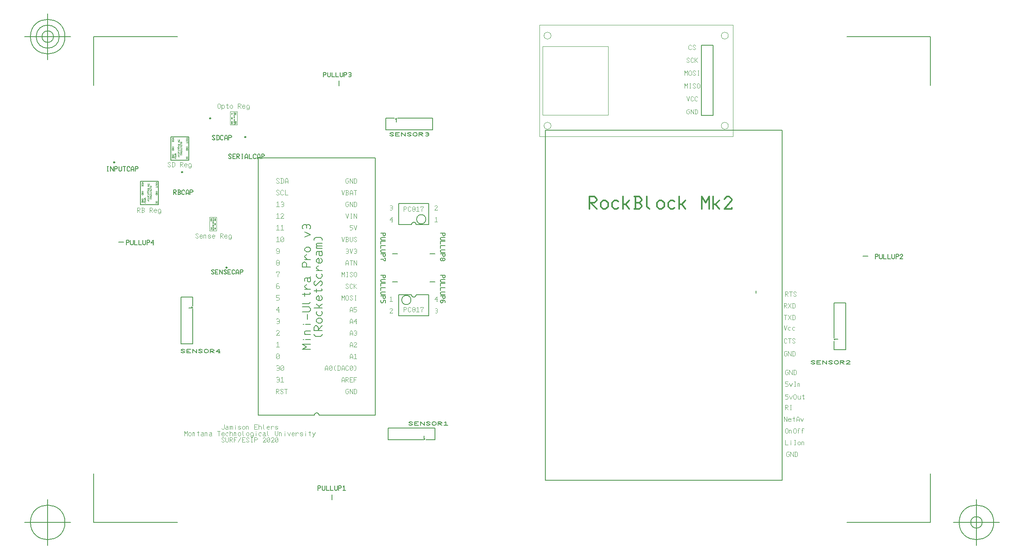
<source format=gbr>
G04 Generated by Ultiboard 14.2 *
%FSLAX24Y24*%
%MOIN*%

%ADD10C,0.0001*%
%ADD11C,0.0037*%
%ADD12C,0.0080*%
%ADD13C,0.0061*%
%ADD14C,0.0079*%
%ADD15C,0.0117*%
%ADD16C,0.0039*%
%ADD17C,0.0067*%
%ADD18C,0.0098*%
%ADD19C,0.0005*%
%ADD20C,0.0007*%
%ADD21C,0.0015*%
%ADD22C,0.0013*%
%ADD23C,0.0001*%
%ADD24C,0.0050*%


G04 ColorRGB FFFF00 for the following layer *
%LNSilkscreen Top*%
%LPD*%
G54D10*
G54D11*
X-24830Y-12728D02*
X-24752Y-12806D01*
X-24673Y-12806D01*
X-24595Y-12728D01*
X-24595Y-12413D01*
X-24438Y-12531D02*
X-24321Y-12531D01*
X-24281Y-12570D01*
X-24281Y-12767D01*
X-24321Y-12806D01*
X-24438Y-12806D01*
X-24477Y-12767D01*
X-24477Y-12688D01*
X-24438Y-12649D01*
X-24281Y-12649D01*
X-24281Y-12767D02*
X-24242Y-12806D01*
X-24125Y-12806D02*
X-24125Y-12570D01*
X-24125Y-12531D01*
X-24125Y-12570D02*
X-24085Y-12531D01*
X-24046Y-12531D01*
X-24007Y-12570D01*
X-23968Y-12531D01*
X-23929Y-12531D01*
X-23889Y-12570D01*
X-23889Y-12806D01*
X-24007Y-12570D02*
X-24007Y-12806D01*
X-23654Y-12806D02*
X-23654Y-12570D01*
X-23654Y-12491D02*
X-23654Y-12452D01*
X-23419Y-12728D02*
X-23341Y-12806D01*
X-23262Y-12806D01*
X-23184Y-12728D01*
X-23419Y-12609D01*
X-23341Y-12531D01*
X-23262Y-12531D01*
X-23184Y-12609D01*
X-23066Y-12728D02*
X-22988Y-12806D01*
X-22910Y-12806D01*
X-22831Y-12728D01*
X-22831Y-12609D01*
X-22910Y-12531D01*
X-22988Y-12531D01*
X-23066Y-12609D01*
X-23066Y-12728D01*
X-22714Y-12806D02*
X-22714Y-12570D01*
X-22714Y-12531D01*
X-22714Y-12570D02*
X-22674Y-12531D01*
X-22596Y-12531D01*
X-22557Y-12570D01*
X-22557Y-12806D01*
X-21773Y-12806D02*
X-22008Y-12806D01*
X-22008Y-12609D01*
X-22008Y-12413D01*
X-21773Y-12413D01*
X-22008Y-12609D02*
X-21851Y-12609D01*
X-21655Y-12609D02*
X-21577Y-12531D01*
X-21499Y-12531D01*
X-21420Y-12609D01*
X-21420Y-12806D01*
X-21655Y-12413D02*
X-21655Y-12806D01*
X-21263Y-12413D02*
X-21263Y-12728D01*
X-21185Y-12806D01*
X-20715Y-12728D02*
X-20793Y-12806D01*
X-20871Y-12806D01*
X-20950Y-12728D01*
X-20950Y-12609D01*
X-20871Y-12531D01*
X-20793Y-12531D01*
X-20715Y-12609D01*
X-20754Y-12649D01*
X-20950Y-12649D01*
X-20597Y-12649D02*
X-20479Y-12531D01*
X-20440Y-12531D01*
X-20362Y-12609D01*
X-20597Y-12806D02*
X-20597Y-12531D01*
X-20244Y-12728D02*
X-20166Y-12806D01*
X-20087Y-12806D01*
X-20009Y-12728D01*
X-20244Y-12609D01*
X-20166Y-12531D01*
X-20087Y-12531D01*
X-20009Y-12609D01*
X-28005Y-13357D02*
X-28005Y-12964D01*
X-27887Y-13161D01*
X-27770Y-12964D01*
X-27770Y-13357D01*
X-27652Y-13279D02*
X-27574Y-13357D01*
X-27495Y-13357D01*
X-27417Y-13279D01*
X-27417Y-13161D01*
X-27495Y-13082D01*
X-27574Y-13082D01*
X-27652Y-13161D01*
X-27652Y-13279D01*
X-27299Y-13357D02*
X-27299Y-13121D01*
X-27299Y-13082D01*
X-27299Y-13121D02*
X-27260Y-13082D01*
X-27182Y-13082D01*
X-27143Y-13121D01*
X-27143Y-13357D01*
X-26751Y-13318D02*
X-26790Y-13357D01*
X-26829Y-13318D01*
X-26829Y-12964D01*
X-26907Y-13082D02*
X-26751Y-13082D01*
X-26555Y-13082D02*
X-26437Y-13082D01*
X-26398Y-13121D01*
X-26398Y-13318D01*
X-26437Y-13357D01*
X-26555Y-13357D01*
X-26594Y-13318D01*
X-26594Y-13239D01*
X-26555Y-13200D01*
X-26398Y-13200D01*
X-26398Y-13318D02*
X-26359Y-13357D01*
X-26241Y-13357D02*
X-26241Y-13121D01*
X-26241Y-13082D01*
X-26241Y-13121D02*
X-26202Y-13082D01*
X-26124Y-13082D01*
X-26084Y-13121D01*
X-26084Y-13357D01*
X-25849Y-13082D02*
X-25732Y-13082D01*
X-25692Y-13121D01*
X-25692Y-13318D01*
X-25732Y-13357D01*
X-25849Y-13357D01*
X-25888Y-13318D01*
X-25888Y-13239D01*
X-25849Y-13200D01*
X-25692Y-13200D01*
X-25692Y-13318D02*
X-25653Y-13357D01*
X-25065Y-13357D02*
X-25065Y-12964D01*
X-25183Y-12964D02*
X-24948Y-12964D01*
X-24595Y-13279D02*
X-24673Y-13357D01*
X-24752Y-13357D01*
X-24830Y-13279D01*
X-24830Y-13161D01*
X-24752Y-13082D01*
X-24673Y-13082D01*
X-24595Y-13161D01*
X-24634Y-13200D01*
X-24830Y-13200D01*
X-24281Y-13318D02*
X-24321Y-13357D01*
X-24399Y-13357D01*
X-24477Y-13279D01*
X-24477Y-13161D01*
X-24399Y-13082D01*
X-24321Y-13082D01*
X-24281Y-13121D01*
X-24125Y-13161D02*
X-24046Y-13082D01*
X-23968Y-13082D01*
X-23889Y-13161D01*
X-23889Y-13357D01*
X-24125Y-12964D02*
X-24125Y-13357D01*
X-23772Y-13357D02*
X-23772Y-13121D01*
X-23772Y-13082D01*
X-23772Y-13121D02*
X-23733Y-13082D01*
X-23654Y-13082D01*
X-23615Y-13121D01*
X-23615Y-13357D01*
X-23419Y-13279D02*
X-23341Y-13357D01*
X-23262Y-13357D01*
X-23184Y-13279D01*
X-23184Y-13161D01*
X-23262Y-13082D01*
X-23341Y-13082D01*
X-23419Y-13161D01*
X-23419Y-13279D01*
X-23027Y-12964D02*
X-23027Y-13279D01*
X-22949Y-13357D01*
X-22714Y-13279D02*
X-22635Y-13357D01*
X-22557Y-13357D01*
X-22478Y-13279D01*
X-22478Y-13161D01*
X-22557Y-13082D01*
X-22635Y-13082D01*
X-22714Y-13161D01*
X-22714Y-13279D01*
X-22361Y-13397D02*
X-22282Y-13476D01*
X-22204Y-13476D01*
X-22126Y-13397D01*
X-22126Y-13279D01*
X-22126Y-13161D01*
X-22204Y-13082D01*
X-22282Y-13082D01*
X-22361Y-13161D01*
X-22361Y-13279D01*
X-22282Y-13357D01*
X-22204Y-13357D01*
X-22126Y-13279D01*
X-21890Y-13357D02*
X-21890Y-13121D01*
X-21890Y-13043D02*
X-21890Y-13003D01*
X-21459Y-13318D02*
X-21499Y-13357D01*
X-21577Y-13357D01*
X-21655Y-13279D01*
X-21655Y-13161D01*
X-21577Y-13082D01*
X-21499Y-13082D01*
X-21459Y-13121D01*
X-21263Y-13082D02*
X-21146Y-13082D01*
X-21107Y-13121D01*
X-21107Y-13318D01*
X-21146Y-13357D01*
X-21263Y-13357D01*
X-21303Y-13318D01*
X-21303Y-13239D01*
X-21263Y-13200D01*
X-21107Y-13200D01*
X-21107Y-13318D02*
X-21067Y-13357D01*
X-20911Y-12964D02*
X-20911Y-13279D01*
X-20832Y-13357D01*
X-20244Y-12964D02*
X-20244Y-13279D01*
X-20166Y-13357D01*
X-20087Y-13357D01*
X-20009Y-13279D01*
X-20009Y-12964D01*
X-19892Y-13357D02*
X-19892Y-13121D01*
X-19892Y-13082D01*
X-19892Y-13121D02*
X-19852Y-13082D01*
X-19774Y-13082D01*
X-19735Y-13121D01*
X-19735Y-13357D01*
X-19421Y-13357D02*
X-19421Y-13121D01*
X-19421Y-13043D02*
X-19421Y-13003D01*
X-19186Y-13082D02*
X-19068Y-13357D01*
X-18951Y-13082D01*
X-18598Y-13279D02*
X-18676Y-13357D01*
X-18755Y-13357D01*
X-18833Y-13279D01*
X-18833Y-13161D01*
X-18755Y-13082D01*
X-18676Y-13082D01*
X-18598Y-13161D01*
X-18637Y-13200D01*
X-18833Y-13200D01*
X-18480Y-13200D02*
X-18363Y-13082D01*
X-18324Y-13082D01*
X-18245Y-13161D01*
X-18480Y-13357D02*
X-18480Y-13082D01*
X-18128Y-13279D02*
X-18049Y-13357D01*
X-17971Y-13357D01*
X-17893Y-13279D01*
X-18128Y-13161D01*
X-18049Y-13082D01*
X-17971Y-13082D01*
X-17893Y-13161D01*
X-17657Y-13357D02*
X-17657Y-13121D01*
X-17657Y-13043D02*
X-17657Y-13003D01*
X-17226Y-13318D02*
X-17265Y-13357D01*
X-17305Y-13318D01*
X-17305Y-12964D01*
X-17383Y-13082D02*
X-17226Y-13082D01*
X-17069Y-13476D02*
X-17030Y-13476D01*
X-16834Y-13082D01*
X-17069Y-13082D02*
X-16952Y-13318D01*
X-24830Y-13830D02*
X-24752Y-13909D01*
X-24673Y-13909D01*
X-24595Y-13830D01*
X-24830Y-13594D01*
X-24752Y-13515D01*
X-24673Y-13515D01*
X-24595Y-13594D01*
X-24477Y-13515D02*
X-24477Y-13830D01*
X-24399Y-13909D01*
X-24321Y-13909D01*
X-24242Y-13830D01*
X-24242Y-13515D01*
X-24125Y-13909D02*
X-24125Y-13515D01*
X-23968Y-13515D01*
X-23889Y-13594D01*
X-23889Y-13633D01*
X-23968Y-13712D01*
X-24125Y-13712D01*
X-24085Y-13712D02*
X-23889Y-13909D01*
X-23772Y-13909D02*
X-23772Y-13515D01*
X-23537Y-13515D01*
X-23772Y-13712D02*
X-23615Y-13712D01*
X-23184Y-13515D02*
X-23419Y-13909D01*
X-22831Y-13909D02*
X-23066Y-13909D01*
X-23066Y-13712D01*
X-23066Y-13515D01*
X-22831Y-13515D01*
X-23066Y-13712D02*
X-22910Y-13712D01*
X-22714Y-13830D02*
X-22635Y-13909D01*
X-22557Y-13909D01*
X-22478Y-13830D01*
X-22714Y-13594D01*
X-22635Y-13515D01*
X-22557Y-13515D01*
X-22478Y-13594D01*
X-22282Y-13909D02*
X-22204Y-13909D01*
X-22282Y-13515D02*
X-22204Y-13515D01*
X-22243Y-13909D02*
X-22243Y-13515D01*
X-22008Y-13909D02*
X-22008Y-13515D01*
X-21851Y-13515D01*
X-21773Y-13594D01*
X-21773Y-13633D01*
X-21851Y-13712D01*
X-22008Y-13712D01*
X-21303Y-13594D02*
X-21224Y-13515D01*
X-21146Y-13515D01*
X-21067Y-13594D01*
X-21067Y-13633D01*
X-21303Y-13909D01*
X-21067Y-13909D01*
X-21067Y-13869D01*
X-20950Y-13594D02*
X-20871Y-13515D01*
X-20793Y-13515D01*
X-20715Y-13594D01*
X-20715Y-13830D01*
X-20793Y-13909D01*
X-20871Y-13909D01*
X-20950Y-13830D01*
X-20950Y-13594D01*
X-20715Y-13594D02*
X-20950Y-13830D01*
X-20597Y-13594D02*
X-20519Y-13515D01*
X-20440Y-13515D01*
X-20362Y-13594D01*
X-20362Y-13633D01*
X-20597Y-13909D01*
X-20362Y-13909D01*
X-20362Y-13869D01*
X-20244Y-13594D02*
X-20166Y-13515D01*
X-20087Y-13515D01*
X-20009Y-13594D01*
X-20009Y-13830D01*
X-20087Y-13909D01*
X-20166Y-13909D01*
X-20244Y-13830D01*
X-20244Y-13594D01*
X-20009Y-13594D02*
X-20244Y-13830D01*
X-10464Y-2543D02*
X-10385Y-2464D01*
X-10307Y-2464D01*
X-10228Y-2543D01*
X-10228Y-2582D01*
X-10464Y-2857D01*
X-10228Y-2857D01*
X-10228Y-2818D01*
X-9243Y-2757D02*
X-9243Y-2364D01*
X-9086Y-2364D01*
X-9008Y-2443D01*
X-9008Y-2482D01*
X-9086Y-2561D01*
X-9243Y-2561D01*
X-8655Y-2679D02*
X-8733Y-2757D01*
X-8812Y-2757D01*
X-8890Y-2679D01*
X-8890Y-2443D01*
X-8812Y-2364D01*
X-8733Y-2364D01*
X-8655Y-2443D01*
X-8380Y-2757D02*
X-8459Y-2757D01*
X-8537Y-2679D01*
X-8537Y-2600D01*
X-8498Y-2561D01*
X-8537Y-2521D01*
X-8537Y-2443D01*
X-8459Y-2364D01*
X-8380Y-2364D01*
X-8302Y-2443D01*
X-8302Y-2521D01*
X-8341Y-2561D01*
X-8302Y-2600D01*
X-8302Y-2679D01*
X-8380Y-2757D01*
X-8498Y-2561D02*
X-8341Y-2561D01*
X-8145Y-2443D02*
X-8067Y-2364D01*
X-8067Y-2757D01*
X-8184Y-2757D02*
X-7949Y-2757D01*
X-7714Y-2757D02*
X-7714Y-2561D01*
X-7597Y-2443D01*
X-7597Y-2364D01*
X-7832Y-2364D01*
X-7832Y-2443D01*
X-6572Y-2503D02*
X-6532Y-2464D01*
X-6454Y-2464D01*
X-6376Y-2543D01*
X-6376Y-2621D01*
X-6415Y-2661D01*
X-6376Y-2700D01*
X-6376Y-2779D01*
X-6454Y-2857D01*
X-6532Y-2857D01*
X-6572Y-2818D01*
X-6532Y-2661D02*
X-6415Y-2661D01*
X-10424Y-1543D02*
X-10346Y-1464D01*
X-10346Y-1857D01*
X-10464Y-1857D02*
X-10228Y-1857D01*
X-6376Y-1700D02*
X-6611Y-1700D01*
X-6415Y-1464D01*
X-6415Y-1857D01*
X-6454Y-1857D02*
X-6376Y-1857D01*
X23596Y-14936D02*
X23674Y-14936D01*
X23674Y-15054D01*
X23596Y-15133D01*
X23518Y-15133D01*
X23439Y-15054D01*
X23439Y-14818D01*
X23518Y-14739D01*
X23674Y-14739D01*
X23792Y-15133D02*
X23792Y-14739D01*
X24027Y-15133D01*
X24027Y-14739D01*
X24145Y-15133D02*
X24301Y-15133D01*
X24380Y-15054D01*
X24380Y-14818D01*
X24301Y-14739D01*
X24145Y-14739D01*
X24184Y-14739D02*
X24184Y-15133D01*
X23339Y-13739D02*
X23339Y-14133D01*
X23574Y-14133D01*
X23810Y-14133D02*
X23810Y-13897D01*
X23810Y-13818D02*
X23810Y-13779D01*
X24123Y-14133D02*
X24201Y-14133D01*
X24123Y-13739D02*
X24201Y-13739D01*
X24162Y-14133D02*
X24162Y-13739D01*
X24397Y-14054D02*
X24476Y-14133D01*
X24554Y-14133D01*
X24633Y-14054D01*
X24633Y-13936D01*
X24554Y-13857D01*
X24476Y-13857D01*
X24397Y-13936D01*
X24397Y-14054D01*
X24750Y-14133D02*
X24750Y-13897D01*
X24750Y-13857D01*
X24750Y-13897D02*
X24789Y-13857D01*
X24868Y-13857D01*
X24907Y-13897D01*
X24907Y-14133D01*
X23339Y-13054D02*
X23418Y-13133D01*
X23496Y-13133D01*
X23574Y-13054D01*
X23574Y-12818D01*
X23496Y-12739D01*
X23418Y-12739D01*
X23339Y-12818D01*
X23339Y-13054D01*
X23692Y-13133D02*
X23692Y-12897D01*
X23692Y-12857D01*
X23692Y-12897D02*
X23731Y-12857D01*
X23810Y-12857D01*
X23849Y-12897D01*
X23849Y-13133D01*
X24045Y-13054D02*
X24123Y-13133D01*
X24201Y-13133D01*
X24280Y-13054D01*
X24280Y-12818D01*
X24201Y-12739D01*
X24123Y-12739D01*
X24045Y-12818D01*
X24045Y-13054D01*
X24437Y-13133D02*
X24437Y-12779D01*
X24476Y-12739D01*
X24554Y-12739D01*
X24593Y-12779D01*
X24397Y-12897D02*
X24476Y-12897D01*
X24789Y-13133D02*
X24789Y-12779D01*
X24829Y-12739D01*
X24907Y-12739D01*
X24946Y-12779D01*
X24750Y-12897D02*
X24829Y-12897D01*
X23239Y-12133D02*
X23239Y-11739D01*
X23474Y-12133D01*
X23474Y-11739D01*
X23827Y-12054D02*
X23749Y-12133D01*
X23670Y-12133D01*
X23592Y-12054D01*
X23592Y-11936D01*
X23670Y-11857D01*
X23749Y-11857D01*
X23827Y-11936D01*
X23788Y-11976D01*
X23592Y-11976D01*
X24141Y-12094D02*
X24101Y-12133D01*
X24062Y-12094D01*
X24062Y-11739D01*
X23984Y-11857D02*
X24141Y-11857D01*
X24297Y-12133D02*
X24297Y-11897D01*
X24376Y-11739D01*
X24454Y-11739D01*
X24533Y-11897D01*
X24533Y-12133D01*
X24297Y-12015D02*
X24533Y-12015D01*
X24650Y-11857D02*
X24768Y-12133D01*
X24885Y-11857D01*
X23339Y-11133D02*
X23339Y-10739D01*
X23496Y-10739D01*
X23574Y-10818D01*
X23574Y-10857D01*
X23496Y-10936D01*
X23339Y-10936D01*
X23378Y-10936D02*
X23574Y-11133D01*
X23770Y-11133D02*
X23849Y-11133D01*
X23770Y-10739D02*
X23849Y-10739D01*
X23810Y-11133D02*
X23810Y-10739D01*
X23574Y-9824D02*
X23339Y-9824D01*
X23339Y-9981D01*
X23496Y-9981D01*
X23574Y-10060D01*
X23574Y-10139D01*
X23496Y-10217D01*
X23339Y-10217D01*
X23692Y-9942D02*
X23810Y-10217D01*
X23927Y-9942D01*
X24045Y-10139D02*
X24123Y-10217D01*
X24201Y-10217D01*
X24280Y-10139D01*
X24280Y-9903D01*
X24201Y-9824D01*
X24123Y-9824D01*
X24045Y-9903D01*
X24045Y-10139D01*
X24397Y-9942D02*
X24397Y-10139D01*
X24476Y-10217D01*
X24554Y-10217D01*
X24633Y-10139D01*
X24633Y-9942D01*
X24633Y-10139D02*
X24633Y-10217D01*
X24946Y-10178D02*
X24907Y-10217D01*
X24868Y-10178D01*
X24868Y-9824D01*
X24789Y-9942D02*
X24946Y-9942D01*
X23574Y-8739D02*
X23339Y-8739D01*
X23339Y-8897D01*
X23496Y-8897D01*
X23574Y-8976D01*
X23574Y-9054D01*
X23496Y-9133D01*
X23339Y-9133D01*
X23692Y-8857D02*
X23810Y-9133D01*
X23927Y-8857D01*
X24123Y-9133D02*
X24201Y-9133D01*
X24123Y-8739D02*
X24201Y-8739D01*
X24162Y-9133D02*
X24162Y-8739D01*
X24397Y-9133D02*
X24397Y-8897D01*
X24397Y-8857D01*
X24397Y-8897D02*
X24437Y-8857D01*
X24515Y-8857D01*
X24554Y-8897D01*
X24554Y-9133D01*
X23496Y-7936D02*
X23574Y-7936D01*
X23574Y-8054D01*
X23496Y-8133D01*
X23418Y-8133D01*
X23339Y-8054D01*
X23339Y-7818D01*
X23418Y-7739D01*
X23574Y-7739D01*
X23692Y-8133D02*
X23692Y-7739D01*
X23927Y-8133D01*
X23927Y-7739D01*
X24045Y-8133D02*
X24201Y-8133D01*
X24280Y-8054D01*
X24280Y-7818D01*
X24201Y-7739D01*
X24045Y-7739D01*
X24084Y-7739D02*
X24084Y-8133D01*
X23396Y-6336D02*
X23474Y-6336D01*
X23474Y-6454D01*
X23396Y-6533D01*
X23318Y-6533D01*
X23239Y-6454D01*
X23239Y-6218D01*
X23318Y-6139D01*
X23474Y-6139D01*
X23592Y-6533D02*
X23592Y-6139D01*
X23827Y-6533D01*
X23827Y-6139D01*
X23945Y-6533D02*
X24101Y-6533D01*
X24180Y-6454D01*
X24180Y-6218D01*
X24101Y-6139D01*
X23945Y-6139D01*
X23984Y-6139D02*
X23984Y-6533D01*
X23474Y-5354D02*
X23396Y-5433D01*
X23318Y-5433D01*
X23239Y-5354D01*
X23239Y-5118D01*
X23318Y-5039D01*
X23396Y-5039D01*
X23474Y-5118D01*
X23710Y-5433D02*
X23710Y-5039D01*
X23592Y-5039D02*
X23827Y-5039D01*
X23945Y-5354D02*
X24023Y-5433D01*
X24101Y-5433D01*
X24180Y-5354D01*
X23945Y-5118D01*
X24023Y-5039D01*
X24101Y-5039D01*
X24180Y-5118D01*
X23239Y-3939D02*
X23357Y-4333D01*
X23474Y-3939D01*
X23788Y-4294D02*
X23749Y-4333D01*
X23670Y-4333D01*
X23592Y-4254D01*
X23592Y-4136D01*
X23670Y-4057D01*
X23749Y-4057D01*
X23788Y-4097D01*
X24141Y-4294D02*
X24101Y-4333D01*
X24023Y-4333D01*
X23945Y-4254D01*
X23945Y-4136D01*
X24023Y-4057D01*
X24101Y-4057D01*
X24141Y-4097D01*
X23357Y-3433D02*
X23357Y-3039D01*
X23239Y-3039D02*
X23474Y-3039D01*
X23592Y-3039D02*
X23827Y-3433D01*
X23592Y-3433D02*
X23827Y-3039D01*
X23945Y-3433D02*
X24101Y-3433D01*
X24180Y-3354D01*
X24180Y-3118D01*
X24101Y-3039D01*
X23945Y-3039D01*
X23984Y-3039D02*
X23984Y-3433D01*
X23239Y-2433D02*
X23239Y-2039D01*
X23396Y-2039D01*
X23474Y-2118D01*
X23474Y-2157D01*
X23396Y-2236D01*
X23239Y-2236D01*
X23278Y-2236D02*
X23474Y-2433D01*
X23592Y-2039D02*
X23827Y-2433D01*
X23592Y-2433D02*
X23827Y-2039D01*
X23945Y-2433D02*
X24101Y-2433D01*
X24180Y-2354D01*
X24180Y-2118D01*
X24101Y-2039D01*
X23945Y-2039D01*
X23984Y-2039D02*
X23984Y-2433D01*
X23339Y-1433D02*
X23339Y-1039D01*
X23496Y-1039D01*
X23574Y-1118D01*
X23574Y-1157D01*
X23496Y-1236D01*
X23339Y-1236D01*
X23378Y-1236D02*
X23574Y-1433D01*
X23810Y-1433D02*
X23810Y-1039D01*
X23692Y-1039D02*
X23927Y-1039D01*
X24045Y-1354D02*
X24123Y-1433D01*
X24201Y-1433D01*
X24280Y-1354D01*
X24045Y-1118D01*
X24123Y-1039D01*
X24201Y-1039D01*
X24280Y-1118D01*
X-29419Y9721D02*
X-29341Y9643D01*
X-29262Y9643D01*
X-29184Y9721D01*
X-29419Y9957D01*
X-29341Y10036D01*
X-29262Y10036D01*
X-29184Y9957D01*
X-29066Y9643D02*
X-28910Y9643D01*
X-28831Y9721D01*
X-28831Y9957D01*
X-28910Y10036D01*
X-29066Y10036D01*
X-29027Y10036D02*
X-29027Y9643D01*
X-28361Y9643D02*
X-28361Y10036D01*
X-28204Y10036D01*
X-28126Y9957D01*
X-28126Y9918D01*
X-28204Y9839D01*
X-28361Y9839D01*
X-28322Y9839D02*
X-28126Y9643D01*
X-27773Y9721D02*
X-27851Y9643D01*
X-27930Y9643D01*
X-28008Y9721D01*
X-28008Y9839D01*
X-27930Y9918D01*
X-27851Y9918D01*
X-27773Y9839D01*
X-27812Y9800D01*
X-28008Y9800D01*
X-27655Y9603D02*
X-27577Y9524D01*
X-27499Y9524D01*
X-27420Y9603D01*
X-27420Y9721D01*
X-27420Y9839D01*
X-27499Y9918D01*
X-27577Y9918D01*
X-27655Y9839D01*
X-27655Y9721D01*
X-27577Y9643D01*
X-27499Y9643D01*
X-27420Y9721D01*
X-32019Y5743D02*
X-32019Y6136D01*
X-31862Y6136D01*
X-31784Y6057D01*
X-31784Y6018D01*
X-31862Y5939D01*
X-32019Y5939D01*
X-31980Y5939D02*
X-31784Y5743D01*
X-31666Y5743D02*
X-31510Y5743D01*
X-31431Y5821D01*
X-31431Y5861D01*
X-31510Y5939D01*
X-31431Y6018D01*
X-31431Y6057D01*
X-31510Y6136D01*
X-31627Y6136D01*
X-31666Y6136D01*
X-31627Y5939D02*
X-31510Y5939D01*
X-31627Y6136D02*
X-31627Y5743D01*
X-30961Y5743D02*
X-30961Y6136D01*
X-30804Y6136D01*
X-30726Y6057D01*
X-30726Y6018D01*
X-30804Y5939D01*
X-30961Y5939D01*
X-30922Y5939D02*
X-30726Y5743D01*
X-30373Y5821D02*
X-30451Y5743D01*
X-30530Y5743D01*
X-30608Y5821D01*
X-30608Y5939D01*
X-30530Y6018D01*
X-30451Y6018D01*
X-30373Y5939D01*
X-30412Y5900D01*
X-30608Y5900D01*
X-30255Y5703D02*
X-30177Y5624D01*
X-30099Y5624D01*
X-30020Y5703D01*
X-30020Y5821D01*
X-30020Y5939D01*
X-30099Y6018D01*
X-30177Y6018D01*
X-30255Y5939D01*
X-30255Y5821D01*
X-30177Y5743D01*
X-30099Y5743D01*
X-30020Y5821D01*
X-27048Y3621D02*
X-26970Y3543D01*
X-26891Y3543D01*
X-26813Y3621D01*
X-27048Y3857D01*
X-26970Y3936D01*
X-26891Y3936D01*
X-26813Y3857D01*
X-26460Y3621D02*
X-26539Y3543D01*
X-26617Y3543D01*
X-26695Y3621D01*
X-26695Y3739D01*
X-26617Y3818D01*
X-26539Y3818D01*
X-26460Y3739D01*
X-26499Y3700D01*
X-26695Y3700D01*
X-26343Y3543D02*
X-26343Y3779D01*
X-26343Y3818D01*
X-26343Y3779D02*
X-26303Y3818D01*
X-26225Y3818D01*
X-26186Y3779D01*
X-26186Y3543D01*
X-25990Y3621D02*
X-25912Y3543D01*
X-25833Y3543D01*
X-25755Y3621D01*
X-25990Y3739D01*
X-25912Y3818D01*
X-25833Y3818D01*
X-25755Y3739D01*
X-25402Y3621D02*
X-25480Y3543D01*
X-25559Y3543D01*
X-25637Y3621D01*
X-25637Y3739D01*
X-25559Y3818D01*
X-25480Y3818D01*
X-25402Y3739D01*
X-25441Y3700D01*
X-25637Y3700D01*
X-24932Y3543D02*
X-24932Y3936D01*
X-24775Y3936D01*
X-24697Y3857D01*
X-24697Y3818D01*
X-24775Y3739D01*
X-24932Y3739D01*
X-24892Y3739D02*
X-24697Y3543D01*
X-24344Y3621D02*
X-24422Y3543D01*
X-24501Y3543D01*
X-24579Y3621D01*
X-24579Y3739D01*
X-24501Y3818D01*
X-24422Y3818D01*
X-24344Y3739D01*
X-24383Y3700D01*
X-24579Y3700D01*
X-24226Y3503D02*
X-24148Y3424D01*
X-24069Y3424D01*
X-23991Y3503D01*
X-23991Y3621D01*
X-23991Y3739D01*
X-24069Y3818D01*
X-24148Y3818D01*
X-24226Y3739D01*
X-24226Y3621D01*
X-24148Y3543D01*
X-24069Y3543D01*
X-23991Y3621D01*
X-25172Y14721D02*
X-25093Y14643D01*
X-25015Y14643D01*
X-24937Y14721D01*
X-24937Y14957D01*
X-25015Y15036D01*
X-25093Y15036D01*
X-25172Y14957D01*
X-25172Y14721D01*
X-24819Y14721D02*
X-24741Y14643D01*
X-24662Y14643D01*
X-24584Y14721D01*
X-24584Y14839D01*
X-24662Y14918D01*
X-24741Y14918D01*
X-24819Y14839D01*
X-24819Y14524D02*
X-24819Y14918D01*
X-24270Y14682D02*
X-24310Y14643D01*
X-24349Y14682D01*
X-24349Y15036D01*
X-24427Y14918D02*
X-24270Y14918D01*
X-24114Y14721D02*
X-24035Y14643D01*
X-23957Y14643D01*
X-23878Y14721D01*
X-23878Y14839D01*
X-23957Y14918D01*
X-24035Y14918D01*
X-24114Y14839D01*
X-24114Y14721D01*
X-23408Y14643D02*
X-23408Y15036D01*
X-23251Y15036D01*
X-23173Y14957D01*
X-23173Y14918D01*
X-23251Y14839D01*
X-23408Y14839D01*
X-23369Y14839D02*
X-23173Y14643D01*
X-22820Y14721D02*
X-22899Y14643D01*
X-22977Y14643D01*
X-23055Y14721D01*
X-23055Y14839D01*
X-22977Y14918D01*
X-22899Y14918D01*
X-22820Y14839D01*
X-22859Y14800D01*
X-23055Y14800D01*
X-22703Y14603D02*
X-22624Y14524D01*
X-22546Y14524D01*
X-22467Y14603D01*
X-22467Y14721D01*
X-22467Y14839D01*
X-22546Y14918D01*
X-22624Y14918D01*
X-22703Y14839D01*
X-22703Y14721D01*
X-22624Y14643D01*
X-22546Y14643D01*
X-22467Y14721D01*
X-20161Y-9757D02*
X-20161Y-9364D01*
X-20004Y-9364D01*
X-19926Y-9443D01*
X-19926Y-9482D01*
X-20004Y-9561D01*
X-20161Y-9561D01*
X-20122Y-9561D02*
X-19926Y-9757D01*
X-19808Y-9679D02*
X-19730Y-9757D01*
X-19651Y-9757D01*
X-19573Y-9679D01*
X-19808Y-9443D01*
X-19730Y-9364D01*
X-19651Y-9364D01*
X-19573Y-9443D01*
X-19338Y-9757D02*
X-19338Y-9364D01*
X-19455Y-9364D02*
X-19220Y-9364D01*
X-14062Y-9561D02*
X-13984Y-9561D01*
X-13984Y-9679D01*
X-14062Y-9757D01*
X-14141Y-9757D01*
X-14219Y-9679D01*
X-14219Y-9443D01*
X-14141Y-9364D01*
X-13984Y-9364D01*
X-13866Y-9757D02*
X-13866Y-9364D01*
X-13631Y-9757D01*
X-13631Y-9364D01*
X-13514Y-9757D02*
X-13357Y-9757D01*
X-13278Y-9679D01*
X-13278Y-9443D01*
X-13357Y-9364D01*
X-13514Y-9364D01*
X-13474Y-9364D02*
X-13474Y-9757D01*
X-14572Y-8757D02*
X-14572Y-8521D01*
X-14493Y-8364D01*
X-14415Y-8364D01*
X-14337Y-8521D01*
X-14337Y-8757D01*
X-14572Y-8639D02*
X-14337Y-8639D01*
X-14219Y-8757D02*
X-14219Y-8364D01*
X-14062Y-8364D01*
X-13984Y-8443D01*
X-13984Y-8482D01*
X-14062Y-8561D01*
X-14219Y-8561D01*
X-14180Y-8561D02*
X-13984Y-8757D01*
X-13631Y-8757D02*
X-13866Y-8757D01*
X-13866Y-8561D01*
X-13866Y-8364D01*
X-13631Y-8364D01*
X-13866Y-8561D02*
X-13710Y-8561D01*
X-13514Y-8757D02*
X-13514Y-8364D01*
X-13278Y-8364D01*
X-13514Y-8561D02*
X-13357Y-8561D01*
X-15983Y-7757D02*
X-15983Y-7521D01*
X-15904Y-7364D01*
X-15826Y-7364D01*
X-15748Y-7521D01*
X-15748Y-7757D01*
X-15983Y-7639D02*
X-15748Y-7639D01*
X-15630Y-7443D02*
X-15552Y-7364D01*
X-15473Y-7364D01*
X-15395Y-7443D01*
X-15395Y-7679D01*
X-15473Y-7757D01*
X-15552Y-7757D01*
X-15630Y-7679D01*
X-15630Y-7443D01*
X-15395Y-7443D02*
X-15630Y-7679D01*
X-15081Y-7757D02*
X-15121Y-7757D01*
X-15199Y-7679D01*
X-15199Y-7443D01*
X-15121Y-7364D01*
X-15081Y-7364D01*
X-14925Y-7757D02*
X-14768Y-7757D01*
X-14689Y-7679D01*
X-14689Y-7443D01*
X-14768Y-7364D01*
X-14925Y-7364D01*
X-14885Y-7364D02*
X-14885Y-7757D01*
X-14572Y-7757D02*
X-14572Y-7521D01*
X-14493Y-7364D01*
X-14415Y-7364D01*
X-14337Y-7521D01*
X-14337Y-7757D01*
X-14572Y-7639D02*
X-14337Y-7639D01*
X-13984Y-7679D02*
X-14062Y-7757D01*
X-14141Y-7757D01*
X-14219Y-7679D01*
X-14219Y-7443D01*
X-14141Y-7364D01*
X-14062Y-7364D01*
X-13984Y-7443D01*
X-13866Y-7443D02*
X-13788Y-7364D01*
X-13710Y-7364D01*
X-13631Y-7443D01*
X-13631Y-7679D01*
X-13710Y-7757D01*
X-13788Y-7757D01*
X-13866Y-7679D01*
X-13866Y-7443D01*
X-13631Y-7443D02*
X-13866Y-7679D01*
X-13474Y-7364D02*
X-13435Y-7364D01*
X-13357Y-7443D01*
X-13357Y-7679D01*
X-13435Y-7757D01*
X-13474Y-7757D01*
X-13866Y-6757D02*
X-13866Y-6521D01*
X-13788Y-6364D01*
X-13710Y-6364D01*
X-13631Y-6521D01*
X-13631Y-6757D01*
X-13866Y-6639D02*
X-13631Y-6639D01*
X-13474Y-6443D02*
X-13396Y-6364D01*
X-13396Y-6757D01*
X-13514Y-6757D02*
X-13278Y-6757D01*
X-13866Y-5757D02*
X-13866Y-5521D01*
X-13788Y-5364D01*
X-13710Y-5364D01*
X-13631Y-5521D01*
X-13631Y-5757D01*
X-13866Y-5639D02*
X-13631Y-5639D01*
X-13514Y-5443D02*
X-13435Y-5364D01*
X-13357Y-5364D01*
X-13278Y-5443D01*
X-13278Y-5482D01*
X-13514Y-5757D01*
X-13278Y-5757D01*
X-13278Y-5718D01*
X-13866Y-4757D02*
X-13866Y-4521D01*
X-13788Y-4364D01*
X-13710Y-4364D01*
X-13631Y-4521D01*
X-13631Y-4757D01*
X-13866Y-4639D02*
X-13631Y-4639D01*
X-13474Y-4403D02*
X-13435Y-4364D01*
X-13357Y-4364D01*
X-13278Y-4443D01*
X-13278Y-4521D01*
X-13318Y-4561D01*
X-13278Y-4600D01*
X-13278Y-4679D01*
X-13357Y-4757D01*
X-13435Y-4757D01*
X-13474Y-4718D01*
X-13435Y-4561D02*
X-13318Y-4561D01*
X-13866Y-3757D02*
X-13866Y-3521D01*
X-13788Y-3364D01*
X-13710Y-3364D01*
X-13631Y-3521D01*
X-13631Y-3757D01*
X-13866Y-3639D02*
X-13631Y-3639D01*
X-13278Y-3600D02*
X-13514Y-3600D01*
X-13318Y-3364D01*
X-13318Y-3757D01*
X-13357Y-3757D02*
X-13278Y-3757D01*
X-13866Y-2757D02*
X-13866Y-2521D01*
X-13788Y-2364D01*
X-13710Y-2364D01*
X-13631Y-2521D01*
X-13631Y-2757D01*
X-13866Y-2639D02*
X-13631Y-2639D01*
X-13278Y-2364D02*
X-13514Y-2364D01*
X-13514Y-2521D01*
X-13357Y-2521D01*
X-13278Y-2600D01*
X-13278Y-2679D01*
X-13357Y-2757D01*
X-13514Y-2757D01*
X-14572Y-1757D02*
X-14572Y-1364D01*
X-14454Y-1561D01*
X-14337Y-1364D01*
X-14337Y-1757D01*
X-14219Y-1679D02*
X-14141Y-1757D01*
X-14062Y-1757D01*
X-13984Y-1679D01*
X-13984Y-1443D01*
X-14062Y-1364D01*
X-14141Y-1364D01*
X-14219Y-1443D01*
X-14219Y-1679D01*
X-13866Y-1679D02*
X-13788Y-1757D01*
X-13710Y-1757D01*
X-13631Y-1679D01*
X-13866Y-1443D01*
X-13788Y-1364D01*
X-13710Y-1364D01*
X-13631Y-1443D01*
X-13435Y-1757D02*
X-13357Y-1757D01*
X-13435Y-1364D02*
X-13357Y-1364D01*
X-13396Y-1757D02*
X-13396Y-1364D01*
X-14219Y-679D02*
X-14141Y-757D01*
X-14062Y-757D01*
X-13984Y-679D01*
X-14219Y-443D01*
X-14141Y-364D01*
X-14062Y-364D01*
X-13984Y-443D01*
X-13631Y-679D02*
X-13710Y-757D01*
X-13788Y-757D01*
X-13866Y-679D01*
X-13866Y-443D01*
X-13788Y-364D01*
X-13710Y-364D01*
X-13631Y-443D01*
X-13514Y-757D02*
X-13514Y-364D01*
X-13514Y-561D02*
X-13474Y-561D01*
X-13278Y-364D01*
X-13474Y-561D02*
X-13278Y-757D01*
X-14572Y243D02*
X-14572Y636D01*
X-14454Y439D01*
X-14337Y636D01*
X-14337Y243D01*
X-14141Y243D02*
X-14062Y243D01*
X-14141Y636D02*
X-14062Y636D01*
X-14101Y243D02*
X-14101Y636D01*
X-13866Y321D02*
X-13788Y243D01*
X-13710Y243D01*
X-13631Y321D01*
X-13866Y557D01*
X-13788Y636D01*
X-13710Y636D01*
X-13631Y557D01*
X-13514Y321D02*
X-13435Y243D01*
X-13357Y243D01*
X-13278Y321D01*
X-13278Y557D01*
X-13357Y636D01*
X-13435Y636D01*
X-13514Y557D01*
X-13514Y321D01*
X-14219Y1243D02*
X-14219Y1479D01*
X-14141Y1636D01*
X-14062Y1636D01*
X-13984Y1479D01*
X-13984Y1243D01*
X-14219Y1361D02*
X-13984Y1361D01*
X-13749Y1243D02*
X-13749Y1636D01*
X-13866Y1636D02*
X-13631Y1636D01*
X-13514Y1243D02*
X-13514Y1636D01*
X-13278Y1243D01*
X-13278Y1636D01*
X-14180Y2597D02*
X-14141Y2636D01*
X-14062Y2636D01*
X-13984Y2557D01*
X-13984Y2479D01*
X-14023Y2439D01*
X-13984Y2400D01*
X-13984Y2321D01*
X-14062Y2243D01*
X-14141Y2243D01*
X-14180Y2282D01*
X-14141Y2439D02*
X-14023Y2439D01*
X-13866Y2636D02*
X-13749Y2243D01*
X-13631Y2636D01*
X-13474Y2597D02*
X-13435Y2636D01*
X-13357Y2636D01*
X-13278Y2557D01*
X-13278Y2479D01*
X-13318Y2439D01*
X-13278Y2400D01*
X-13278Y2321D01*
X-13357Y2243D01*
X-13435Y2243D01*
X-13474Y2282D01*
X-13435Y2439D02*
X-13318Y2439D01*
X-14572Y3636D02*
X-14454Y3243D01*
X-14337Y3636D01*
X-14219Y3243D02*
X-14062Y3243D01*
X-13984Y3321D01*
X-13984Y3361D01*
X-14062Y3439D01*
X-13984Y3518D01*
X-13984Y3557D01*
X-14062Y3636D01*
X-14180Y3636D01*
X-14219Y3636D01*
X-14180Y3439D02*
X-14062Y3439D01*
X-14180Y3636D02*
X-14180Y3243D01*
X-13866Y3636D02*
X-13866Y3321D01*
X-13788Y3243D01*
X-13710Y3243D01*
X-13631Y3321D01*
X-13631Y3636D01*
X-13514Y3321D02*
X-13435Y3243D01*
X-13357Y3243D01*
X-13278Y3321D01*
X-13514Y3557D01*
X-13435Y3636D01*
X-13357Y3636D01*
X-13278Y3557D01*
X-13631Y4636D02*
X-13866Y4636D01*
X-13866Y4479D01*
X-13710Y4479D01*
X-13631Y4400D01*
X-13631Y4321D01*
X-13710Y4243D01*
X-13866Y4243D01*
X-13514Y4636D02*
X-13396Y4243D01*
X-13278Y4636D01*
X-14219Y5636D02*
X-14101Y5243D01*
X-13984Y5636D01*
X-13788Y5243D02*
X-13710Y5243D01*
X-13788Y5636D02*
X-13710Y5636D01*
X-13749Y5243D02*
X-13749Y5636D01*
X-13514Y5243D02*
X-13514Y5636D01*
X-13278Y5243D01*
X-13278Y5636D01*
X-14062Y6439D02*
X-13984Y6439D01*
X-13984Y6321D01*
X-14062Y6243D01*
X-14141Y6243D01*
X-14219Y6321D01*
X-14219Y6557D01*
X-14141Y6636D01*
X-13984Y6636D01*
X-13866Y6243D02*
X-13866Y6636D01*
X-13631Y6243D01*
X-13631Y6636D01*
X-13514Y6243D02*
X-13357Y6243D01*
X-13278Y6321D01*
X-13278Y6557D01*
X-13357Y6636D01*
X-13514Y6636D01*
X-13474Y6636D02*
X-13474Y6243D01*
X-14572Y7636D02*
X-14454Y7243D01*
X-14337Y7636D01*
X-14219Y7243D02*
X-14062Y7243D01*
X-13984Y7321D01*
X-13984Y7361D01*
X-14062Y7439D01*
X-13984Y7518D01*
X-13984Y7557D01*
X-14062Y7636D01*
X-14180Y7636D01*
X-14219Y7636D01*
X-14180Y7439D02*
X-14062Y7439D01*
X-14180Y7636D02*
X-14180Y7243D01*
X-13866Y7243D02*
X-13866Y7479D01*
X-13788Y7636D01*
X-13710Y7636D01*
X-13631Y7479D01*
X-13631Y7243D01*
X-13866Y7361D02*
X-13631Y7361D01*
X-13396Y7243D02*
X-13396Y7636D01*
X-13514Y7636D02*
X-13278Y7636D01*
X-14062Y8439D02*
X-13984Y8439D01*
X-13984Y8321D01*
X-14062Y8243D01*
X-14141Y8243D01*
X-14219Y8321D01*
X-14219Y8557D01*
X-14141Y8636D01*
X-13984Y8636D01*
X-13866Y8243D02*
X-13866Y8636D01*
X-13631Y8243D01*
X-13631Y8636D01*
X-13514Y8243D02*
X-13357Y8243D01*
X-13278Y8321D01*
X-13278Y8557D01*
X-13357Y8636D01*
X-13514Y8636D01*
X-13474Y8636D02*
X-13474Y8243D01*
X15327Y19746D02*
X15249Y19667D01*
X15170Y19667D01*
X15092Y19746D01*
X15092Y19982D01*
X15170Y20061D01*
X15249Y20061D01*
X15327Y19982D01*
X15445Y19746D02*
X15523Y19667D01*
X15601Y19667D01*
X15680Y19746D01*
X15445Y19982D01*
X15523Y20061D01*
X15601Y20061D01*
X15680Y19982D01*
X14916Y18643D02*
X14994Y18565D01*
X15072Y18565D01*
X15151Y18643D01*
X14916Y18880D01*
X14994Y18958D01*
X15072Y18958D01*
X15151Y18880D01*
X15503Y18643D02*
X15425Y18565D01*
X15347Y18565D01*
X15268Y18643D01*
X15268Y18880D01*
X15347Y18958D01*
X15425Y18958D01*
X15503Y18880D01*
X15621Y18565D02*
X15621Y18958D01*
X15621Y18761D02*
X15660Y18761D01*
X15856Y18958D01*
X15660Y18761D02*
X15856Y18565D01*
X14739Y17462D02*
X14739Y17856D01*
X14857Y17659D01*
X14974Y17856D01*
X14974Y17462D01*
X15092Y17541D02*
X15170Y17462D01*
X15249Y17462D01*
X15327Y17541D01*
X15327Y17777D01*
X15249Y17856D01*
X15170Y17856D01*
X15092Y17777D01*
X15092Y17541D01*
X15445Y17541D02*
X15523Y17462D01*
X15601Y17462D01*
X15680Y17541D01*
X15445Y17777D01*
X15523Y17856D01*
X15601Y17856D01*
X15680Y17777D01*
X15876Y17462D02*
X15954Y17462D01*
X15876Y17856D02*
X15954Y17856D01*
X15915Y17462D02*
X15915Y17856D01*
X14739Y16360D02*
X14739Y16754D01*
X14857Y16557D01*
X14974Y16754D01*
X14974Y16360D01*
X15170Y16360D02*
X15249Y16360D01*
X15170Y16754D02*
X15249Y16754D01*
X15210Y16360D02*
X15210Y16754D01*
X15445Y16439D02*
X15523Y16360D01*
X15601Y16360D01*
X15680Y16439D01*
X15445Y16675D01*
X15523Y16754D01*
X15601Y16754D01*
X15680Y16675D01*
X15797Y16439D02*
X15876Y16360D01*
X15954Y16360D01*
X16033Y16439D01*
X16033Y16675D01*
X15954Y16754D01*
X15876Y16754D01*
X15797Y16675D01*
X15797Y16439D01*
X14916Y15651D02*
X15033Y15257D01*
X15151Y15651D01*
X15503Y15336D02*
X15425Y15257D01*
X15347Y15257D01*
X15268Y15336D01*
X15268Y15572D01*
X15347Y15651D01*
X15425Y15651D01*
X15503Y15572D01*
X15856Y15336D02*
X15778Y15257D01*
X15699Y15257D01*
X15621Y15336D01*
X15621Y15572D01*
X15699Y15651D01*
X15778Y15651D01*
X15856Y15572D01*
X15072Y14352D02*
X15151Y14352D01*
X15151Y14234D01*
X15072Y14155D01*
X14994Y14155D01*
X14916Y14234D01*
X14916Y14470D01*
X14994Y14549D01*
X15151Y14549D01*
X15268Y14155D02*
X15268Y14549D01*
X15503Y14155D01*
X15503Y14549D01*
X15621Y14155D02*
X15778Y14155D01*
X15856Y14234D01*
X15856Y14470D01*
X15778Y14549D01*
X15621Y14549D01*
X15660Y14549D02*
X15660Y14155D01*
X-10228Y5100D02*
X-10464Y5100D01*
X-10268Y5336D01*
X-10268Y4943D01*
X-10307Y4943D02*
X-10228Y4943D01*
X-6572Y5257D02*
X-6493Y5336D01*
X-6493Y4943D01*
X-6611Y4943D02*
X-6376Y4943D01*
X-10424Y6297D02*
X-10385Y6336D01*
X-10307Y6336D01*
X-10228Y6257D01*
X-10228Y6179D01*
X-10268Y6139D01*
X-10228Y6100D01*
X-10228Y6021D01*
X-10307Y5943D01*
X-10385Y5943D01*
X-10424Y5982D01*
X-10385Y6139D02*
X-10268Y6139D01*
X-9243Y5843D02*
X-9243Y6236D01*
X-9086Y6236D01*
X-9008Y6157D01*
X-9008Y6118D01*
X-9086Y6039D01*
X-9243Y6039D01*
X-8655Y5921D02*
X-8733Y5843D01*
X-8812Y5843D01*
X-8890Y5921D01*
X-8890Y6157D01*
X-8812Y6236D01*
X-8733Y6236D01*
X-8655Y6157D01*
X-8380Y5843D02*
X-8459Y5843D01*
X-8537Y5921D01*
X-8537Y6000D01*
X-8498Y6039D01*
X-8537Y6079D01*
X-8537Y6157D01*
X-8459Y6236D01*
X-8380Y6236D01*
X-8302Y6157D01*
X-8302Y6079D01*
X-8341Y6039D01*
X-8302Y6000D01*
X-8302Y5921D01*
X-8380Y5843D01*
X-8498Y6039D02*
X-8341Y6039D01*
X-8145Y6157D02*
X-8067Y6236D01*
X-8067Y5843D01*
X-8184Y5843D02*
X-7949Y5843D01*
X-7714Y5843D02*
X-7714Y6039D01*
X-7597Y6157D01*
X-7597Y6236D01*
X-7832Y6236D01*
X-7832Y6157D01*
X-6611Y6257D02*
X-6532Y6336D01*
X-6454Y6336D01*
X-6376Y6257D01*
X-6376Y6218D01*
X-6611Y5943D01*
X-6376Y5943D01*
X-6376Y5982D01*
G54D12*
X-9680Y-1298D02*
X-9680Y-3102D01*
X-8597Y-1298D02*
X-9680Y-1298D01*
X-9680Y-3102D02*
X-7120Y-3102D01*
X-7120Y-1298D02*
X-8203Y-1298D01*
X-7120Y-3102D02*
X-7120Y-1298D01*
X-8597Y-1298D02*
X-8596Y-1316D01*
X-8594Y-1333D01*
X-8590Y-1349D01*
X-8585Y-1366D01*
X-8578Y-1382D01*
X-8570Y-1397D01*
X-8561Y-1411D01*
X-8551Y-1425D01*
X-8539Y-1438D01*
X-8527Y-1449D01*
X-8513Y-1460D01*
X-8498Y-1469D01*
X-8483Y-1477D01*
X-8467Y-1483D01*
X-8451Y-1489D01*
X-8434Y-1492D01*
X-8417Y-1495D01*
X-8400Y-1495D01*
X-8383Y-1495D01*
X-8366Y-1492D01*
X-8349Y-1489D01*
X-8333Y-1483D01*
X-8317Y-1477D01*
X-8302Y-1469D01*
X-8287Y-1460D01*
X-8273Y-1449D01*
X-8261Y-1438D01*
X-8249Y-1425D01*
X-8239Y-1411D01*
X-8230Y-1397D01*
X-8222Y-1382D01*
X-8215Y-1366D01*
X-8210Y-1349D01*
X-8206Y-1333D01*
X-8204Y-1316D01*
X-8203Y-1298D01*
X-9430Y-1752D02*
G75*
D01*
G02X-9430Y-1752I394J0*
G01*
X-10444Y12332D02*
X-10333Y12273D01*
X-10222Y12273D01*
X-10111Y12332D01*
X-10444Y12511D01*
X-10333Y12570D01*
X-10222Y12570D01*
X-10111Y12511D01*
X-9611Y12273D02*
X-9944Y12273D01*
X-9944Y12421D01*
X-9944Y12570D01*
X-9611Y12570D01*
X-9944Y12421D02*
X-9722Y12421D01*
X-9444Y12273D02*
X-9444Y12570D01*
X-9111Y12273D01*
X-9111Y12570D01*
X-8944Y12332D02*
X-8833Y12273D01*
X-8722Y12273D01*
X-8611Y12332D01*
X-8944Y12511D01*
X-8833Y12570D01*
X-8722Y12570D01*
X-8611Y12511D01*
X-8444Y12332D02*
X-8333Y12273D01*
X-8222Y12273D01*
X-8111Y12332D01*
X-8111Y12511D01*
X-8222Y12570D01*
X-8333Y12570D01*
X-8444Y12511D01*
X-8444Y12332D01*
X-7944Y12273D02*
X-7944Y12570D01*
X-7722Y12570D01*
X-7611Y12511D01*
X-7611Y12481D01*
X-7722Y12421D01*
X-7944Y12421D01*
X-7889Y12421D02*
X-7611Y12273D01*
X-7389Y12540D02*
X-7333Y12570D01*
X-7222Y12570D01*
X-7111Y12511D01*
X-7111Y12451D01*
X-7167Y12421D01*
X-7111Y12392D01*
X-7111Y12332D01*
X-7222Y12273D01*
X-7333Y12273D01*
X-7389Y12302D01*
X-7333Y12421D02*
X-7167Y12421D01*
X-6800Y12800D02*
X-10800Y12800D01*
X-6800Y13800D02*
X-9800Y13800D01*
X-10800Y13800D02*
X-10800Y12800D01*
X-10050Y13800D02*
X-10800Y13800D01*
X-9883Y13800D02*
X-9883Y13467D01*
X-9967Y13717D02*
X-9883Y13800D01*
X-6800Y13800D02*
X-6800Y12800D01*
X20840Y-1160D02*
X20840Y-960D01*
X2840Y12761D02*
X2840Y-17160D01*
X23040Y-17160D01*
X23076Y-17160D02*
X23076Y12761D01*
X2840Y12761D01*
X-11700Y-11600D02*
X-11700Y10400D01*
X-21700Y10400D01*
X-21700Y-11600D01*
X-16503Y-11600D02*
X-16504Y-11583D01*
X-16506Y-11566D01*
X-16510Y-11549D01*
X-16515Y-11533D01*
X-16522Y-11517D01*
X-16530Y-11502D01*
X-16539Y-11487D01*
X-16549Y-11473D01*
X-16561Y-11461D01*
X-16573Y-11449D01*
X-16587Y-11439D01*
X-16602Y-11430D01*
X-16617Y-11422D01*
X-16633Y-11415D01*
X-16649Y-11410D01*
X-16666Y-11406D01*
X-16683Y-11404D01*
X-16700Y-11403D01*
X-16717Y-11404D01*
X-16734Y-11406D01*
X-16751Y-11410D01*
X-16767Y-11415D01*
X-16783Y-11422D01*
X-16798Y-11430D01*
X-16813Y-11439D01*
X-16827Y-11449D01*
X-16839Y-11461D01*
X-16851Y-11473D01*
X-16861Y-11487D01*
X-16870Y-11502D01*
X-16878Y-11517D01*
X-16885Y-11533D01*
X-16890Y-11549D01*
X-16894Y-11566D01*
X-16896Y-11583D01*
X-16897Y-11600D01*
X-16897Y-11600D01*
X-21700Y-11600D02*
X-16897Y-11600D01*
X-16503Y-11600D02*
X-11700Y-11600D01*
X-28303Y-6210D02*
X-28192Y-6269D01*
X-28081Y-6269D01*
X-27969Y-6210D01*
X-28303Y-6031D01*
X-28192Y-5971D01*
X-28081Y-5971D01*
X-27969Y-6031D01*
X-27469Y-6269D02*
X-27803Y-6269D01*
X-27803Y-6120D01*
X-27803Y-5971D01*
X-27469Y-5971D01*
X-27803Y-6120D02*
X-27581Y-6120D01*
X-27303Y-6269D02*
X-27303Y-5971D01*
X-26969Y-6269D01*
X-26969Y-5971D01*
X-26803Y-6210D02*
X-26692Y-6269D01*
X-26581Y-6269D01*
X-26469Y-6210D01*
X-26803Y-6031D01*
X-26692Y-5971D01*
X-26581Y-5971D01*
X-26469Y-6031D01*
X-26303Y-6210D02*
X-26192Y-6269D01*
X-26081Y-6269D01*
X-25969Y-6210D01*
X-25969Y-6031D01*
X-26081Y-5971D01*
X-26192Y-5971D01*
X-26303Y-6031D01*
X-26303Y-6210D01*
X-25803Y-6269D02*
X-25803Y-5971D01*
X-25581Y-5971D01*
X-25469Y-6031D01*
X-25469Y-6061D01*
X-25581Y-6120D01*
X-25803Y-6120D01*
X-25747Y-6120D02*
X-25469Y-6269D01*
X-24969Y-6150D02*
X-25303Y-6150D01*
X-25025Y-5971D01*
X-25025Y-6269D01*
X-25081Y-6269D02*
X-24969Y-6269D01*
X-28300Y-5500D02*
X-28300Y-1500D01*
X-27300Y-5500D02*
X-27300Y-2500D01*
X-27300Y-1500D02*
X-28300Y-1500D01*
X-27300Y-2250D02*
X-27300Y-1500D01*
X-27300Y-2417D02*
X-27633Y-2417D01*
X-27383Y-2333D02*
X-27300Y-2417D01*
X-27300Y-5500D02*
X-28300Y-5500D01*
X-29168Y12188D02*
X-29168Y10212D01*
X-27632Y10212D01*
X-27632Y12188D01*
X-29168Y12188D01*
X25556Y-7168D02*
X25667Y-7227D01*
X25778Y-7227D01*
X25889Y-7168D01*
X25556Y-6989D01*
X25667Y-6930D01*
X25778Y-6930D01*
X25889Y-6989D01*
X26389Y-7227D02*
X26056Y-7227D01*
X26056Y-7079D01*
X26056Y-6930D01*
X26389Y-6930D01*
X26056Y-7079D02*
X26278Y-7079D01*
X26556Y-7227D02*
X26556Y-6930D01*
X26889Y-7227D01*
X26889Y-6930D01*
X27056Y-7168D02*
X27167Y-7227D01*
X27278Y-7227D01*
X27389Y-7168D01*
X27056Y-6989D01*
X27167Y-6930D01*
X27278Y-6930D01*
X27389Y-6989D01*
X27556Y-7168D02*
X27667Y-7227D01*
X27778Y-7227D01*
X27889Y-7168D01*
X27889Y-6989D01*
X27778Y-6930D01*
X27667Y-6930D01*
X27556Y-6989D01*
X27556Y-7168D01*
X28056Y-7227D02*
X28056Y-6930D01*
X28278Y-6930D01*
X28389Y-6989D01*
X28389Y-7019D01*
X28278Y-7079D01*
X28056Y-7079D01*
X28111Y-7079D02*
X28389Y-7227D01*
X28556Y-6989D02*
X28667Y-6930D01*
X28778Y-6930D01*
X28889Y-6989D01*
X28889Y-7019D01*
X28556Y-7227D01*
X28889Y-7227D01*
X28889Y-7198D01*
X28500Y-2000D02*
X28500Y-6000D01*
X27500Y-2000D02*
X27500Y-5000D01*
X27500Y-6000D02*
X28500Y-6000D01*
X27500Y-5250D02*
X27500Y-6000D01*
X27500Y-5083D02*
X27833Y-5083D01*
X27583Y-5167D02*
X27500Y-5083D01*
X27500Y-2000D02*
X28500Y-2000D01*
X17160Y14040D02*
X17160Y20040D01*
X16160Y20040D02*
X16160Y14040D01*
X17160Y14040D01*
X17160Y20040D02*
X16160Y20040D01*
X-31768Y8388D02*
X-31768Y6412D01*
X-30232Y6412D01*
X-30232Y8388D01*
X-31768Y8388D01*
X-7120Y4698D02*
X-7120Y6502D01*
X-8203Y4698D02*
X-7120Y4698D01*
X-7120Y6502D02*
X-9680Y6502D01*
X-9680Y4698D02*
X-8597Y4698D01*
X-9680Y6502D02*
X-9680Y4698D01*
X-8203Y4698D02*
X-8204Y4716D01*
X-8206Y4733D01*
X-8210Y4749D01*
X-8215Y4766D01*
X-8222Y4782D01*
X-8230Y4797D01*
X-8239Y4811D01*
X-8249Y4825D01*
X-8261Y4838D01*
X-8273Y4849D01*
X-8287Y4860D01*
X-8302Y4869D01*
X-8317Y4877D01*
X-8333Y4883D01*
X-8349Y4889D01*
X-8366Y4892D01*
X-8383Y4895D01*
X-8400Y4895D01*
X-8417Y4895D01*
X-8434Y4892D01*
X-8451Y4889D01*
X-8467Y4883D01*
X-8483Y4877D01*
X-8498Y4869D01*
X-8513Y4860D01*
X-8527Y4849D01*
X-8539Y4838D01*
X-8551Y4825D01*
X-8561Y4811D01*
X-8570Y4797D01*
X-8578Y4782D01*
X-8585Y4766D01*
X-8590Y4749D01*
X-8594Y4733D01*
X-8596Y4716D01*
X-8597Y4698D01*
X-8158Y5152D02*
G75*
D01*
G02X-8158Y5152I394J0*
G01*
X-8832Y-12405D02*
X-8721Y-12464D01*
X-8610Y-12464D01*
X-8499Y-12405D01*
X-8832Y-12226D01*
X-8721Y-12167D01*
X-8610Y-12167D01*
X-8499Y-12226D01*
X-7999Y-12464D02*
X-8332Y-12464D01*
X-8332Y-12315D01*
X-8332Y-12167D01*
X-7999Y-12167D01*
X-8332Y-12315D02*
X-8110Y-12315D01*
X-7832Y-12464D02*
X-7832Y-12167D01*
X-7499Y-12464D01*
X-7499Y-12167D01*
X-7332Y-12405D02*
X-7221Y-12464D01*
X-7110Y-12464D01*
X-6999Y-12405D01*
X-7332Y-12226D01*
X-7221Y-12167D01*
X-7110Y-12167D01*
X-6999Y-12226D01*
X-6832Y-12405D02*
X-6721Y-12464D01*
X-6610Y-12464D01*
X-6499Y-12405D01*
X-6499Y-12226D01*
X-6610Y-12167D01*
X-6721Y-12167D01*
X-6832Y-12226D01*
X-6832Y-12405D01*
X-6332Y-12464D02*
X-6332Y-12167D01*
X-6110Y-12167D01*
X-5999Y-12226D01*
X-5999Y-12256D01*
X-6110Y-12315D01*
X-6332Y-12315D01*
X-6277Y-12315D02*
X-5999Y-12464D01*
X-5777Y-12226D02*
X-5666Y-12167D01*
X-5666Y-12464D01*
X-5832Y-12464D02*
X-5499Y-12464D01*
X-10596Y-12696D02*
X-6596Y-12696D01*
X-10596Y-13696D02*
X-7596Y-13696D01*
X-6596Y-13696D02*
X-6596Y-12696D01*
X-7346Y-13696D02*
X-6596Y-13696D01*
X-7513Y-13696D02*
X-7513Y-13363D01*
X-7430Y-13613D02*
X-7513Y-13696D01*
X-10596Y-13696D02*
X-10596Y-12696D01*
G54D13*
X-16579Y-18033D02*
X-16579Y-17639D01*
X-16422Y-17639D01*
X-16344Y-17718D01*
X-16344Y-17757D01*
X-16422Y-17836D01*
X-16579Y-17836D01*
X-16226Y-17639D02*
X-16226Y-17954D01*
X-16148Y-18033D01*
X-16069Y-18033D01*
X-15991Y-17954D01*
X-15991Y-17639D01*
X-15873Y-17639D02*
X-15873Y-18033D01*
X-15638Y-18033D01*
X-15521Y-17639D02*
X-15521Y-18033D01*
X-15285Y-18033D01*
X-15168Y-17639D02*
X-15168Y-17954D01*
X-15090Y-18033D01*
X-15011Y-18033D01*
X-14933Y-17954D01*
X-14933Y-17639D01*
X-14815Y-18033D02*
X-14815Y-17639D01*
X-14658Y-17639D01*
X-14580Y-17718D01*
X-14580Y-17757D01*
X-14658Y-17836D01*
X-14815Y-17836D01*
X-14423Y-17718D02*
X-14345Y-17639D01*
X-14345Y-18033D01*
X-14462Y-18033D02*
X-14227Y-18033D01*
X-16112Y17318D02*
X-16112Y17712D01*
X-15955Y17712D01*
X-15877Y17633D01*
X-15877Y17594D01*
X-15955Y17515D01*
X-16112Y17515D01*
X-15759Y17712D02*
X-15759Y17397D01*
X-15681Y17318D01*
X-15602Y17318D01*
X-15524Y17397D01*
X-15524Y17712D01*
X-15406Y17712D02*
X-15406Y17318D01*
X-15171Y17318D01*
X-15054Y17712D02*
X-15054Y17318D01*
X-14819Y17318D01*
X-14701Y17712D02*
X-14701Y17397D01*
X-14623Y17318D01*
X-14544Y17318D01*
X-14466Y17397D01*
X-14466Y17712D01*
X-14348Y17318D02*
X-14348Y17712D01*
X-14191Y17712D01*
X-14113Y17633D01*
X-14113Y17594D01*
X-14191Y17515D01*
X-14348Y17515D01*
X-13956Y17672D02*
X-13917Y17712D01*
X-13839Y17712D01*
X-13760Y17633D01*
X-13760Y17554D01*
X-13799Y17515D01*
X-13760Y17476D01*
X-13760Y17397D01*
X-13839Y17318D01*
X-13917Y17318D01*
X-13956Y17357D01*
X-13917Y17515D02*
X-13799Y17515D01*
X-24224Y10411D02*
X-24145Y10332D01*
X-24067Y10332D01*
X-23989Y10411D01*
X-24224Y10647D01*
X-24145Y10726D01*
X-24067Y10726D01*
X-23989Y10647D01*
X-23636Y10332D02*
X-23871Y10332D01*
X-23871Y10529D01*
X-23871Y10726D01*
X-23636Y10726D01*
X-23871Y10529D02*
X-23714Y10529D01*
X-23518Y10332D02*
X-23518Y10726D01*
X-23362Y10726D01*
X-23283Y10647D01*
X-23283Y10608D01*
X-23362Y10529D01*
X-23518Y10529D01*
X-23479Y10529D02*
X-23283Y10332D01*
X-23087Y10332D02*
X-23009Y10332D01*
X-23087Y10726D02*
X-23009Y10726D01*
X-23048Y10332D02*
X-23048Y10726D01*
X-22813Y10332D02*
X-22813Y10569D01*
X-22734Y10726D01*
X-22656Y10726D01*
X-22578Y10569D01*
X-22578Y10332D01*
X-22813Y10450D02*
X-22578Y10450D01*
X-22460Y10726D02*
X-22460Y10332D01*
X-22225Y10332D01*
X-21872Y10411D02*
X-21950Y10332D01*
X-22029Y10332D01*
X-22107Y10411D01*
X-22107Y10647D01*
X-22029Y10726D01*
X-21950Y10726D01*
X-21872Y10647D01*
X-21755Y10332D02*
X-21755Y10569D01*
X-21676Y10726D01*
X-21598Y10726D01*
X-21519Y10569D01*
X-21519Y10332D01*
X-21755Y10450D02*
X-21519Y10450D01*
X-21402Y10332D02*
X-21402Y10726D01*
X-21245Y10726D01*
X-21167Y10647D01*
X-21167Y10608D01*
X-21245Y10529D01*
X-21402Y10529D01*
X-25618Y12017D02*
X-25540Y11938D01*
X-25462Y11938D01*
X-25383Y12017D01*
X-25618Y12253D01*
X-25540Y12331D01*
X-25462Y12331D01*
X-25383Y12253D01*
X-25266Y11938D02*
X-25109Y11938D01*
X-25030Y12017D01*
X-25030Y12253D01*
X-25109Y12331D01*
X-25266Y12331D01*
X-25226Y12331D02*
X-25226Y11938D01*
X-24678Y12017D02*
X-24756Y11938D01*
X-24834Y11938D01*
X-24913Y12017D01*
X-24913Y12253D01*
X-24834Y12331D01*
X-24756Y12331D01*
X-24678Y12253D01*
X-24560Y11938D02*
X-24560Y12174D01*
X-24482Y12331D01*
X-24403Y12331D01*
X-24325Y12174D01*
X-24325Y11938D01*
X-24560Y12056D02*
X-24325Y12056D01*
X-24207Y11938D02*
X-24207Y12331D01*
X-24050Y12331D01*
X-23972Y12253D01*
X-23972Y12213D01*
X-24050Y12135D01*
X-24207Y12135D01*
X-25696Y532D02*
X-25618Y454D01*
X-25539Y454D01*
X-25461Y532D01*
X-25696Y769D01*
X-25618Y847D01*
X-25539Y847D01*
X-25461Y769D01*
X-25108Y454D02*
X-25343Y454D01*
X-25343Y650D01*
X-25343Y847D01*
X-25108Y847D01*
X-25343Y650D02*
X-25187Y650D01*
X-24991Y454D02*
X-24991Y847D01*
X-24756Y454D01*
X-24756Y847D01*
X-24638Y532D02*
X-24560Y454D01*
X-24481Y454D01*
X-24403Y532D01*
X-24638Y769D01*
X-24560Y847D01*
X-24481Y847D01*
X-24403Y769D01*
X-24050Y454D02*
X-24285Y454D01*
X-24285Y650D01*
X-24285Y847D01*
X-24050Y847D01*
X-24285Y650D02*
X-24128Y650D01*
X-23697Y532D02*
X-23776Y454D01*
X-23854Y454D01*
X-23932Y532D01*
X-23932Y769D01*
X-23854Y847D01*
X-23776Y847D01*
X-23697Y769D01*
X-23580Y454D02*
X-23580Y690D01*
X-23501Y847D01*
X-23423Y847D01*
X-23345Y690D01*
X-23345Y454D01*
X-23580Y572D02*
X-23345Y572D01*
X-23227Y454D02*
X-23227Y847D01*
X-23070Y847D01*
X-22992Y769D01*
X-22992Y729D01*
X-23070Y650D01*
X-23227Y650D01*
X-28918Y7261D02*
X-28918Y7654D01*
X-28762Y7654D01*
X-28683Y7576D01*
X-28683Y7536D01*
X-28762Y7457D01*
X-28918Y7457D01*
X-28879Y7457D02*
X-28683Y7261D01*
X-28566Y7261D02*
X-28409Y7261D01*
X-28330Y7339D01*
X-28330Y7379D01*
X-28409Y7457D01*
X-28330Y7536D01*
X-28330Y7576D01*
X-28409Y7654D01*
X-28526Y7654D01*
X-28566Y7654D01*
X-28526Y7457D02*
X-28409Y7457D01*
X-28526Y7654D02*
X-28526Y7261D01*
X-27978Y7339D02*
X-28056Y7261D01*
X-28134Y7261D01*
X-28213Y7339D01*
X-28213Y7576D01*
X-28134Y7654D01*
X-28056Y7654D01*
X-27978Y7576D01*
X-27860Y7261D02*
X-27860Y7497D01*
X-27782Y7654D01*
X-27703Y7654D01*
X-27625Y7497D01*
X-27625Y7261D01*
X-27860Y7379D02*
X-27625Y7379D01*
X-27507Y7261D02*
X-27507Y7654D01*
X-27350Y7654D01*
X-27272Y7576D01*
X-27272Y7536D01*
X-27350Y7457D01*
X-27507Y7457D01*
X-34582Y9267D02*
X-34504Y9267D01*
X-34582Y9661D02*
X-34504Y9661D01*
X-34543Y9267D02*
X-34543Y9661D01*
X-34308Y9267D02*
X-34308Y9661D01*
X-34073Y9267D01*
X-34073Y9661D01*
X-33955Y9267D02*
X-33955Y9661D01*
X-33799Y9661D01*
X-33720Y9582D01*
X-33720Y9543D01*
X-33799Y9464D01*
X-33955Y9464D01*
X-33603Y9661D02*
X-33603Y9346D01*
X-33524Y9267D01*
X-33446Y9267D01*
X-33367Y9346D01*
X-33367Y9661D01*
X-33132Y9267D02*
X-33132Y9661D01*
X-33250Y9661D02*
X-33015Y9661D01*
X-32662Y9346D02*
X-32740Y9267D01*
X-32819Y9267D01*
X-32897Y9346D01*
X-32897Y9582D01*
X-32819Y9661D01*
X-32740Y9661D01*
X-32662Y9582D01*
X-32544Y9267D02*
X-32544Y9503D01*
X-32466Y9661D01*
X-32387Y9661D01*
X-32309Y9503D01*
X-32309Y9267D01*
X-32544Y9385D02*
X-32309Y9385D01*
X-32192Y9267D02*
X-32192Y9661D01*
X-32035Y9661D01*
X-31956Y9582D01*
X-31956Y9543D01*
X-32035Y9464D01*
X-32192Y9464D01*
X-11233Y361D02*
X-10839Y361D01*
X-10839Y204D01*
X-10918Y126D01*
X-10957Y126D01*
X-11036Y204D01*
X-11036Y361D01*
X-10839Y8D02*
X-11154Y8D01*
X-11233Y-70D01*
X-11233Y-149D01*
X-11154Y-227D01*
X-10839Y-227D01*
X-10839Y-345D02*
X-11233Y-345D01*
X-11233Y-580D01*
X-10839Y-697D02*
X-11233Y-697D01*
X-11233Y-933D01*
X-10839Y-1050D02*
X-11154Y-1050D01*
X-11233Y-1129D01*
X-11233Y-1207D01*
X-11154Y-1285D01*
X-10839Y-1285D01*
X-11233Y-1403D02*
X-10839Y-1403D01*
X-10839Y-1560D01*
X-10918Y-1638D01*
X-10957Y-1638D01*
X-11036Y-1560D01*
X-11036Y-1403D01*
X-10839Y-1991D02*
X-10839Y-1756D01*
X-10997Y-1756D01*
X-10997Y-1913D01*
X-11076Y-1991D01*
X-11154Y-1991D01*
X-11233Y-1913D01*
X-11233Y-1756D01*
X-6133Y361D02*
X-5739Y361D01*
X-5739Y204D01*
X-5818Y126D01*
X-5857Y126D01*
X-5936Y204D01*
X-5936Y361D01*
X-5739Y8D02*
X-6054Y8D01*
X-6133Y-70D01*
X-6133Y-149D01*
X-6054Y-227D01*
X-5739Y-227D01*
X-5739Y-345D02*
X-6133Y-345D01*
X-6133Y-580D01*
X-5739Y-697D02*
X-6133Y-697D01*
X-6133Y-933D01*
X-5739Y-1050D02*
X-6054Y-1050D01*
X-6133Y-1129D01*
X-6133Y-1207D01*
X-6054Y-1285D01*
X-5739Y-1285D01*
X-6133Y-1403D02*
X-5739Y-1403D01*
X-5739Y-1560D01*
X-5818Y-1638D01*
X-5857Y-1638D01*
X-5936Y-1560D01*
X-5936Y-1403D01*
X-5739Y-1952D02*
X-5739Y-1834D01*
X-5818Y-1756D01*
X-5976Y-1756D01*
X-6054Y-1756D01*
X-6133Y-1834D01*
X-6133Y-1913D01*
X-6054Y-1991D01*
X-5976Y-1991D01*
X-5897Y-1913D01*
X-5897Y-1834D01*
X-5976Y-1756D01*
X-6133Y3961D02*
X-5739Y3961D01*
X-5739Y3804D01*
X-5818Y3726D01*
X-5857Y3726D01*
X-5936Y3804D01*
X-5936Y3961D01*
X-5739Y3608D02*
X-6054Y3608D01*
X-6133Y3530D01*
X-6133Y3451D01*
X-6054Y3373D01*
X-5739Y3373D01*
X-5739Y3255D02*
X-6133Y3255D01*
X-6133Y3020D01*
X-5739Y2903D02*
X-6133Y2903D01*
X-6133Y2667D01*
X-5739Y2550D02*
X-6054Y2550D01*
X-6133Y2471D01*
X-6133Y2393D01*
X-6054Y2315D01*
X-5739Y2315D01*
X-6133Y2197D02*
X-5739Y2197D01*
X-5739Y2040D01*
X-5818Y1962D01*
X-5857Y1962D01*
X-5936Y2040D01*
X-5936Y2197D01*
X-6133Y1687D02*
X-6133Y1766D01*
X-6054Y1844D01*
X-5976Y1844D01*
X-5936Y1805D01*
X-5897Y1844D01*
X-5818Y1844D01*
X-5739Y1766D01*
X-5739Y1687D01*
X-5818Y1609D01*
X-5897Y1609D01*
X-5936Y1648D01*
X-5976Y1609D01*
X-6054Y1609D01*
X-6133Y1687D01*
X-5936Y1805D02*
X-5936Y1648D01*
X-11233Y3961D02*
X-10839Y3961D01*
X-10839Y3804D01*
X-10918Y3726D01*
X-10957Y3726D01*
X-11036Y3804D01*
X-11036Y3961D01*
X-10839Y3608D02*
X-11154Y3608D01*
X-11233Y3530D01*
X-11233Y3451D01*
X-11154Y3373D01*
X-10839Y3373D01*
X-10839Y3255D02*
X-11233Y3255D01*
X-11233Y3020D01*
X-10839Y2903D02*
X-11233Y2903D01*
X-11233Y2667D01*
X-10839Y2550D02*
X-11154Y2550D01*
X-11233Y2471D01*
X-11233Y2393D01*
X-11154Y2315D01*
X-10839Y2315D01*
X-11233Y2197D02*
X-10839Y2197D01*
X-10839Y2040D01*
X-10918Y1962D01*
X-10957Y1962D01*
X-11036Y2040D01*
X-11036Y2197D01*
X-11233Y1727D02*
X-11036Y1727D01*
X-10918Y1609D01*
X-10839Y1609D01*
X-10839Y1844D01*
X-10918Y1844D01*
X31039Y1767D02*
X31039Y2161D01*
X31196Y2161D01*
X31274Y2082D01*
X31274Y2043D01*
X31196Y1964D01*
X31039Y1964D01*
X31392Y2161D02*
X31392Y1846D01*
X31470Y1767D01*
X31549Y1767D01*
X31627Y1846D01*
X31627Y2161D01*
X31745Y2161D02*
X31745Y1767D01*
X31980Y1767D01*
X32097Y2161D02*
X32097Y1767D01*
X32333Y1767D01*
X32450Y2161D02*
X32450Y1846D01*
X32529Y1767D01*
X32607Y1767D01*
X32685Y1846D01*
X32685Y2161D01*
X32803Y1767D02*
X32803Y2161D01*
X32960Y2161D01*
X33038Y2082D01*
X33038Y2043D01*
X32960Y1964D01*
X32803Y1964D01*
X33156Y2082D02*
X33234Y2161D01*
X33313Y2161D01*
X33391Y2082D01*
X33391Y2043D01*
X33156Y1767D01*
X33391Y1767D01*
X33391Y1806D01*
X-32961Y2967D02*
X-32961Y3361D01*
X-32804Y3361D01*
X-32726Y3282D01*
X-32726Y3243D01*
X-32804Y3164D01*
X-32961Y3164D01*
X-32608Y3361D02*
X-32608Y3046D01*
X-32530Y2967D01*
X-32451Y2967D01*
X-32373Y3046D01*
X-32373Y3361D01*
X-32255Y3361D02*
X-32255Y2967D01*
X-32020Y2967D01*
X-31903Y3361D02*
X-31903Y2967D01*
X-31667Y2967D01*
X-31550Y3361D02*
X-31550Y3046D01*
X-31471Y2967D01*
X-31393Y2967D01*
X-31315Y3046D01*
X-31315Y3361D01*
X-31197Y2967D02*
X-31197Y3361D01*
X-31040Y3361D01*
X-30962Y3282D01*
X-30962Y3243D01*
X-31040Y3164D01*
X-31197Y3164D01*
X-30609Y3124D02*
X-30844Y3124D01*
X-30648Y3361D01*
X-30648Y2967D01*
X-30687Y2967D02*
X-30609Y2967D01*
G54D14*
X-15400Y-18817D02*
X-15400Y-18383D01*
X-15400Y-18817D02*
X-15400Y-18383D01*
X-14800Y16583D02*
X-14800Y17017D01*
X-14800Y16583D02*
X-14800Y17017D01*
X-10217Y-200D02*
X-9783Y-200D01*
X-10217Y-200D02*
X-9783Y-200D01*
X-7017Y-200D02*
X-6583Y-200D01*
X-7017Y-200D02*
X-6583Y-200D01*
X-6583Y2200D02*
X-7017Y2200D01*
X-6583Y2200D02*
X-7017Y2200D01*
X-9783Y2200D02*
X-10217Y2200D01*
X-9783Y2200D02*
X-10217Y2200D01*
X29983Y2000D02*
X30417Y2000D01*
X29983Y2000D02*
X30417Y2000D01*
X-33183Y3200D02*
X-33617Y3200D01*
X-33183Y3200D02*
X-33617Y3200D01*
G54D15*
X6607Y6021D02*
X6607Y7093D01*
X7033Y7093D01*
X7247Y6879D01*
X7247Y6771D01*
X7033Y6557D01*
X6607Y6557D01*
X6713Y6557D02*
X7247Y6021D01*
X7567Y6236D02*
X7780Y6021D01*
X7993Y6021D01*
X8207Y6236D01*
X8207Y6557D01*
X7993Y6771D01*
X7780Y6771D01*
X7567Y6557D01*
X7567Y6236D01*
X9060Y6129D02*
X8953Y6021D01*
X8740Y6021D01*
X8527Y6236D01*
X8527Y6557D01*
X8740Y6771D01*
X8953Y6771D01*
X9060Y6664D01*
X9487Y6450D02*
X9700Y6450D01*
X10020Y6771D01*
X9700Y6450D02*
X10020Y6021D01*
X9487Y6021D02*
X9487Y7093D01*
X10447Y6021D02*
X10873Y6021D01*
X11087Y6236D01*
X11087Y6343D01*
X10873Y6557D01*
X11087Y6771D01*
X11087Y6879D01*
X10873Y7093D01*
X10553Y7093D01*
X10447Y7093D01*
X10553Y6557D02*
X10873Y6557D01*
X10553Y7093D02*
X10553Y6021D01*
X11513Y7093D02*
X11513Y6236D01*
X11727Y6021D01*
X12367Y6236D02*
X12580Y6021D01*
X12793Y6021D01*
X13007Y6236D01*
X13007Y6557D01*
X12793Y6771D01*
X12580Y6771D01*
X12367Y6557D01*
X12367Y6236D01*
X13860Y6129D02*
X13753Y6021D01*
X13540Y6021D01*
X13327Y6236D01*
X13327Y6557D01*
X13540Y6771D01*
X13753Y6771D01*
X13860Y6664D01*
X14287Y6450D02*
X14500Y6450D01*
X14820Y6771D01*
X14500Y6450D02*
X14820Y6021D01*
X14287Y6021D02*
X14287Y7093D01*
X16207Y6021D02*
X16207Y7093D01*
X16527Y6557D01*
X16847Y7093D01*
X16847Y6021D01*
X17167Y6450D02*
X17380Y6450D01*
X17700Y6771D01*
X17380Y6450D02*
X17700Y6021D01*
X17167Y6021D02*
X17167Y7093D01*
X18127Y6879D02*
X18340Y7093D01*
X18553Y7093D01*
X18767Y6879D01*
X18767Y6771D01*
X18127Y6021D01*
X18767Y6021D01*
X18767Y6129D01*
G54D16*
X-20116Y-8389D02*
X-20074Y-8347D01*
X-19990Y-8347D01*
X-19906Y-8431D01*
X-19906Y-8516D01*
X-19948Y-8558D01*
X-19906Y-8600D01*
X-19906Y-8684D01*
X-19990Y-8769D01*
X-20074Y-8769D01*
X-20116Y-8727D01*
X-20074Y-8558D02*
X-19948Y-8558D01*
X-19738Y-8431D02*
X-19654Y-8347D01*
X-19654Y-8769D01*
X-19780Y-8769D02*
X-19528Y-8769D01*
X-20116Y-7389D02*
X-20074Y-7347D01*
X-19990Y-7347D01*
X-19906Y-7431D01*
X-19906Y-7516D01*
X-19948Y-7558D01*
X-19906Y-7600D01*
X-19906Y-7684D01*
X-19990Y-7769D01*
X-20074Y-7769D01*
X-20116Y-7727D01*
X-20074Y-7558D02*
X-19948Y-7558D01*
X-19780Y-7431D02*
X-19696Y-7347D01*
X-19612Y-7347D01*
X-19528Y-7431D01*
X-19528Y-7684D01*
X-19612Y-7769D01*
X-19696Y-7769D01*
X-19780Y-7684D01*
X-19780Y-7431D01*
X-19528Y-7431D02*
X-19780Y-7684D01*
X-20158Y-6431D02*
X-20074Y-6347D01*
X-19990Y-6347D01*
X-19906Y-6431D01*
X-19906Y-6684D01*
X-19990Y-6769D01*
X-20074Y-6769D01*
X-20158Y-6684D01*
X-20158Y-6431D01*
X-19906Y-6431D02*
X-20158Y-6684D01*
X-20116Y-5431D02*
X-20032Y-5347D01*
X-20032Y-5769D01*
X-20158Y-5769D02*
X-19906Y-5769D01*
X-20158Y-4431D02*
X-20074Y-4347D01*
X-19990Y-4347D01*
X-19906Y-4431D01*
X-19906Y-4473D01*
X-20158Y-4769D01*
X-19906Y-4769D01*
X-19906Y-4727D01*
X-20116Y-3389D02*
X-20074Y-3347D01*
X-19990Y-3347D01*
X-19906Y-3431D01*
X-19906Y-3516D01*
X-19948Y-3558D01*
X-19906Y-3600D01*
X-19906Y-3684D01*
X-19990Y-3769D01*
X-20074Y-3769D01*
X-20116Y-3727D01*
X-20074Y-3558D02*
X-19948Y-3558D01*
X-19906Y-2600D02*
X-20158Y-2600D01*
X-19948Y-2347D01*
X-19948Y-2769D01*
X-19990Y-2769D02*
X-19906Y-2769D01*
X-19906Y-1347D02*
X-20158Y-1347D01*
X-20158Y-1516D01*
X-19990Y-1516D01*
X-19906Y-1600D01*
X-19906Y-1684D01*
X-19990Y-1769D01*
X-20158Y-1769D01*
X-19948Y-347D02*
X-20074Y-347D01*
X-20158Y-431D01*
X-20158Y-600D01*
X-20158Y-684D01*
X-20074Y-769D01*
X-19990Y-769D01*
X-19906Y-684D01*
X-19906Y-600D01*
X-19990Y-516D01*
X-20074Y-516D01*
X-20158Y-600D01*
X-20032Y231D02*
X-20032Y442D01*
X-19906Y569D01*
X-19906Y653D01*
X-20158Y653D01*
X-20158Y569D01*
X-19990Y1231D02*
X-20074Y1231D01*
X-20158Y1316D01*
X-20158Y1400D01*
X-20116Y1442D01*
X-20158Y1484D01*
X-20158Y1569D01*
X-20074Y1653D01*
X-19990Y1653D01*
X-19906Y1569D01*
X-19906Y1484D01*
X-19948Y1442D01*
X-19906Y1400D01*
X-19906Y1316D01*
X-19990Y1231D01*
X-20116Y1442D02*
X-19948Y1442D01*
X-20158Y2316D02*
X-20074Y2231D01*
X-19990Y2231D01*
X-19906Y2316D01*
X-19906Y2484D01*
X-19906Y2569D01*
X-19990Y2653D01*
X-20074Y2653D01*
X-20158Y2569D01*
X-20158Y2484D01*
X-20074Y2400D01*
X-19990Y2400D01*
X-19906Y2484D01*
X-20116Y3569D02*
X-20032Y3653D01*
X-20032Y3231D01*
X-20158Y3231D02*
X-19906Y3231D01*
X-19780Y3569D02*
X-19696Y3653D01*
X-19612Y3653D01*
X-19528Y3569D01*
X-19528Y3316D01*
X-19612Y3231D01*
X-19696Y3231D01*
X-19780Y3316D01*
X-19780Y3569D01*
X-19528Y3569D02*
X-19780Y3316D01*
X-20116Y4569D02*
X-20032Y4653D01*
X-20032Y4231D01*
X-20158Y4231D02*
X-19906Y4231D01*
X-19738Y4569D02*
X-19654Y4653D01*
X-19654Y4231D01*
X-19780Y4231D02*
X-19528Y4231D01*
X-20116Y5569D02*
X-20032Y5653D01*
X-20032Y5231D01*
X-20158Y5231D02*
X-19906Y5231D01*
X-19780Y5569D02*
X-19696Y5653D01*
X-19612Y5653D01*
X-19528Y5569D01*
X-19528Y5527D01*
X-19780Y5231D01*
X-19528Y5231D01*
X-19528Y5273D01*
X-20116Y6569D02*
X-20032Y6653D01*
X-20032Y6231D01*
X-20158Y6231D02*
X-19906Y6231D01*
X-19738Y6611D02*
X-19696Y6653D01*
X-19612Y6653D01*
X-19528Y6569D01*
X-19528Y6484D01*
X-19570Y6442D01*
X-19528Y6400D01*
X-19528Y6316D01*
X-19612Y6231D01*
X-19696Y6231D01*
X-19738Y6273D01*
X-19696Y6442D02*
X-19570Y6442D01*
X-20158Y7316D02*
X-20074Y7231D01*
X-19990Y7231D01*
X-19906Y7316D01*
X-20158Y7569D01*
X-20074Y7653D01*
X-19990Y7653D01*
X-19906Y7569D01*
X-19528Y7316D02*
X-19612Y7231D01*
X-19696Y7231D01*
X-19780Y7316D01*
X-19780Y7569D01*
X-19696Y7653D01*
X-19612Y7653D01*
X-19528Y7569D01*
X-19402Y7653D02*
X-19402Y7231D01*
X-19150Y7231D01*
X-20158Y8316D02*
X-20074Y8231D01*
X-19990Y8231D01*
X-19906Y8316D01*
X-20158Y8569D01*
X-20074Y8653D01*
X-19990Y8653D01*
X-19906Y8569D01*
X-19780Y8231D02*
X-19612Y8231D01*
X-19528Y8316D01*
X-19528Y8569D01*
X-19612Y8653D01*
X-19780Y8653D01*
X-19738Y8653D02*
X-19738Y8231D01*
X-19402Y8231D02*
X-19402Y8484D01*
X-19318Y8653D01*
X-19234Y8653D01*
X-19150Y8484D01*
X-19150Y8231D01*
X-19402Y8358D02*
X-19150Y8358D01*
G54D17*
X-17214Y-5969D02*
X-17929Y-5969D01*
X-17571Y-5756D01*
X-17929Y-5542D01*
X-17214Y-5542D01*
X-17214Y-5116D02*
X-17643Y-5116D01*
X-17786Y-5116D02*
X-17857Y-5116D01*
X-17214Y-4689D02*
X-17643Y-4689D01*
X-17714Y-4689D01*
X-17643Y-4689D02*
X-17714Y-4618D01*
X-17714Y-4476D01*
X-17643Y-4404D01*
X-17214Y-4404D01*
X-17214Y-3836D02*
X-17643Y-3836D01*
X-17786Y-3836D02*
X-17857Y-3836D01*
X-17500Y-3409D02*
X-17500Y-2982D01*
X-17929Y-2769D02*
X-17357Y-2769D01*
X-17214Y-2627D01*
X-17214Y-2484D01*
X-17357Y-2342D01*
X-17929Y-2342D01*
X-17929Y-2058D02*
X-17357Y-2058D01*
X-17214Y-1916D01*
X-17286Y-1133D02*
X-17214Y-1204D01*
X-17286Y-1276D01*
X-17929Y-1276D01*
X-17714Y-1418D02*
X-17714Y-1133D01*
X-17500Y-849D02*
X-17714Y-636D01*
X-17714Y-564D01*
X-17571Y-422D01*
X-17214Y-849D02*
X-17714Y-849D01*
X-17714Y-138D02*
X-17714Y76D01*
X-17643Y147D01*
X-17286Y147D01*
X-17214Y76D01*
X-17214Y-138D01*
X-17286Y-209D01*
X-17429Y-209D01*
X-17500Y-138D01*
X-17500Y147D01*
X-17286Y147D02*
X-17214Y218D01*
X-17214Y1071D02*
X-17929Y1071D01*
X-17929Y1356D01*
X-17786Y1498D01*
X-17714Y1498D01*
X-17571Y1356D01*
X-17571Y1071D01*
X-17500Y1711D02*
X-17714Y1924D01*
X-17714Y1996D01*
X-17571Y2138D01*
X-17214Y1711D02*
X-17714Y1711D01*
X-17357Y2351D02*
X-17214Y2493D01*
X-17214Y2636D01*
X-17357Y2778D01*
X-17571Y2778D01*
X-17714Y2636D01*
X-17714Y2493D01*
X-17571Y2351D01*
X-17357Y2351D01*
X-17714Y3631D02*
X-17214Y3844D01*
X-17714Y4058D01*
X-17857Y4342D02*
X-17929Y4413D01*
X-17929Y4556D01*
X-17786Y4698D01*
X-17643Y4698D01*
X-17571Y4627D01*
X-17500Y4698D01*
X-17357Y4698D01*
X-17214Y4556D01*
X-17214Y4413D01*
X-17286Y4342D01*
X-17571Y4413D02*
X-17571Y4627D01*
X-16214Y-4653D02*
X-16214Y-4724D01*
X-16357Y-4867D01*
X-16786Y-4867D01*
X-16929Y-4724D01*
X-16929Y-4653D01*
X-16214Y-4369D02*
X-16929Y-4369D01*
X-16929Y-4084D01*
X-16786Y-3942D01*
X-16714Y-3942D01*
X-16571Y-4084D01*
X-16571Y-4369D01*
X-16571Y-4298D02*
X-16214Y-3942D01*
X-16357Y-3729D02*
X-16214Y-3587D01*
X-16214Y-3444D01*
X-16357Y-3302D01*
X-16571Y-3302D01*
X-16714Y-3444D01*
X-16714Y-3587D01*
X-16571Y-3729D01*
X-16357Y-3729D01*
X-16286Y-2733D02*
X-16214Y-2804D01*
X-16214Y-2947D01*
X-16357Y-3089D01*
X-16571Y-3089D01*
X-16714Y-2947D01*
X-16714Y-2804D01*
X-16643Y-2733D01*
X-16500Y-2449D02*
X-16500Y-2307D01*
X-16714Y-2093D01*
X-16500Y-2307D02*
X-16214Y-2093D01*
X-16214Y-2449D02*
X-16929Y-2449D01*
X-16357Y-1382D02*
X-16214Y-1524D01*
X-16214Y-1667D01*
X-16357Y-1809D01*
X-16571Y-1809D01*
X-16714Y-1667D01*
X-16714Y-1524D01*
X-16571Y-1382D01*
X-16500Y-1453D01*
X-16500Y-1809D01*
X-16286Y-813D02*
X-16214Y-884D01*
X-16286Y-956D01*
X-16929Y-956D01*
X-16714Y-1098D02*
X-16714Y-813D01*
X-16357Y-529D02*
X-16214Y-387D01*
X-16214Y-244D01*
X-16357Y-102D01*
X-16786Y-529D01*
X-16929Y-387D01*
X-16929Y-244D01*
X-16786Y-102D01*
X-16286Y467D02*
X-16214Y396D01*
X-16214Y253D01*
X-16357Y111D01*
X-16571Y111D01*
X-16714Y253D01*
X-16714Y396D01*
X-16643Y467D01*
X-16500Y751D02*
X-16714Y964D01*
X-16714Y1036D01*
X-16571Y1178D01*
X-16214Y751D02*
X-16714Y751D01*
X-16357Y1818D02*
X-16214Y1676D01*
X-16214Y1533D01*
X-16357Y1391D01*
X-16571Y1391D01*
X-16714Y1533D01*
X-16714Y1676D01*
X-16571Y1818D01*
X-16500Y1747D01*
X-16500Y1391D01*
X-16714Y2102D02*
X-16714Y2316D01*
X-16643Y2387D01*
X-16286Y2387D01*
X-16214Y2316D01*
X-16214Y2102D01*
X-16286Y2031D01*
X-16429Y2031D01*
X-16500Y2102D01*
X-16500Y2387D01*
X-16286Y2387D02*
X-16214Y2458D01*
X-16214Y2671D02*
X-16643Y2671D01*
X-16714Y2671D01*
X-16643Y2671D02*
X-16714Y2742D01*
X-16714Y2813D01*
X-16643Y2884D01*
X-16714Y2956D01*
X-16714Y3027D01*
X-16643Y3098D01*
X-16214Y3098D01*
X-16643Y2884D02*
X-16214Y2884D01*
X-16929Y3382D02*
X-16929Y3453D01*
X-16786Y3596D01*
X-16357Y3596D01*
X-16214Y3453D01*
X-16214Y3382D01*
G54D18*
X-22849Y12178D02*
G75*
D01*
G02X-22849Y12178I49J0*
G01*
X-25849Y13778D02*
G75*
D01*
G02X-25849Y13778I49J0*
G01*
X-24449Y1022D02*
G75*
D01*
G02X-24449Y1022I49J0*
G01*
X-28249Y9178D02*
G75*
D01*
G02X-28249Y9178I49J0*
G01*
X-34049Y10022D02*
G75*
D01*
G02X-34049Y10022I49J0*
G01*
G54D19*
X-23663Y13548D02*
X-23606Y13548D01*
X-23606Y13526D01*
X-23617Y13514D01*
X-23623Y13514D01*
X-23634Y13526D01*
X-23634Y13548D01*
X-23606Y13497D02*
X-23663Y13491D01*
X-23640Y13480D01*
X-23663Y13469D01*
X-23606Y13463D01*
X-23663Y13446D02*
X-23606Y13446D01*
X-23606Y13423D01*
X-23617Y13412D01*
X-23623Y13412D01*
X-23634Y13423D01*
X-23634Y13446D01*
X-23634Y13440D02*
X-23663Y13412D01*
X-23634Y13372D02*
X-23634Y13361D01*
X-23651Y13361D01*
X-23663Y13372D01*
X-23663Y13383D01*
X-23651Y13395D01*
X-23617Y13395D01*
X-23606Y13383D01*
X-23606Y13361D01*
X-23663Y13343D02*
X-23663Y13321D01*
X-23651Y13309D01*
X-23617Y13309D01*
X-23606Y13321D01*
X-23606Y13343D01*
X-23606Y13338D02*
X-23663Y13338D01*
X-23926Y13531D02*
X-23960Y13531D01*
X-23971Y13531D02*
X-23983Y13531D01*
X-23971Y13497D02*
X-23983Y13486D01*
X-23983Y13474D01*
X-23971Y13463D01*
X-23937Y13497D01*
X-23926Y13486D01*
X-23926Y13474D01*
X-23937Y13463D01*
X-23983Y13446D02*
X-23926Y13446D01*
X-23983Y13412D02*
X-23926Y13412D01*
X-23954Y13446D02*
X-23954Y13412D01*
X-23983Y13395D02*
X-23983Y13372D01*
X-23971Y13361D01*
X-23937Y13361D01*
X-23926Y13372D01*
X-23926Y13395D01*
X-23926Y13389D02*
X-23983Y13389D01*
X-23983Y13343D02*
X-23926Y13343D01*
X-23983Y13309D01*
X-23926Y13309D01*
X-23606Y14271D02*
X-23663Y14254D01*
X-23606Y14237D01*
X-23651Y14220D02*
X-23663Y14208D01*
X-23663Y14197D01*
X-23651Y14185D01*
X-23634Y14185D01*
X-23623Y14197D01*
X-23623Y14208D01*
X-23634Y14220D01*
X-23651Y14220D01*
X-23623Y14168D02*
X-23651Y14168D01*
X-23663Y14157D01*
X-23663Y14146D01*
X-23651Y14134D01*
X-23623Y14134D01*
X-23651Y14134D02*
X-23663Y14134D01*
X-23657Y14089D02*
X-23663Y14094D01*
X-23657Y14100D01*
X-23606Y14100D01*
X-23623Y14111D02*
X-23623Y14089D01*
X-23926Y14245D02*
X-23983Y14228D01*
X-23926Y14211D01*
X-23983Y14177D02*
X-23949Y14177D01*
X-23937Y14177D02*
X-23931Y14177D01*
X-23983Y14143D02*
X-23949Y14143D01*
X-23943Y14143D01*
X-23949Y14143D02*
X-23943Y14137D01*
X-23943Y14126D01*
X-23949Y14120D01*
X-23983Y14120D01*
X-23954Y13848D02*
X-23954Y13837D01*
X-23971Y13837D01*
X-23983Y13848D01*
X-23983Y13860D01*
X-23971Y13871D01*
X-23937Y13871D01*
X-23926Y13860D01*
X-23926Y13837D01*
X-23983Y13820D02*
X-23926Y13820D01*
X-23983Y13786D01*
X-23926Y13786D01*
X-23983Y13769D02*
X-23983Y13746D01*
X-23971Y13735D01*
X-23937Y13735D01*
X-23926Y13746D01*
X-23926Y13769D01*
X-23926Y13763D02*
X-23983Y13763D01*
X-25401Y4707D02*
X-25401Y4718D01*
X-25384Y4718D01*
X-25372Y4707D01*
X-25372Y4695D01*
X-25384Y4684D01*
X-25418Y4684D01*
X-25429Y4695D01*
X-25429Y4718D01*
X-25372Y4735D02*
X-25429Y4735D01*
X-25372Y4769D01*
X-25429Y4769D01*
X-25372Y4786D02*
X-25372Y4809D01*
X-25384Y4820D01*
X-25418Y4820D01*
X-25429Y4809D01*
X-25429Y4786D01*
X-25429Y4792D02*
X-25372Y4792D01*
X-25749Y4284D02*
X-25692Y4301D01*
X-25749Y4318D01*
X-25704Y4335D02*
X-25692Y4347D01*
X-25692Y4358D01*
X-25704Y4370D01*
X-25721Y4370D01*
X-25732Y4358D01*
X-25732Y4347D01*
X-25721Y4335D01*
X-25704Y4335D01*
X-25732Y4387D02*
X-25704Y4387D01*
X-25692Y4398D01*
X-25692Y4409D01*
X-25704Y4421D01*
X-25732Y4421D01*
X-25704Y4421D02*
X-25692Y4421D01*
X-25698Y4466D02*
X-25692Y4461D01*
X-25698Y4455D01*
X-25749Y4455D01*
X-25732Y4444D02*
X-25732Y4466D01*
X-25429Y4310D02*
X-25372Y4327D01*
X-25429Y4344D01*
X-25372Y4378D02*
X-25406Y4378D01*
X-25418Y4378D02*
X-25424Y4378D01*
X-25372Y4412D02*
X-25406Y4412D01*
X-25412Y4412D01*
X-25406Y4412D02*
X-25412Y4418D01*
X-25412Y4429D01*
X-25406Y4435D01*
X-25372Y4435D01*
X-25692Y5007D02*
X-25749Y5007D01*
X-25749Y5029D01*
X-25738Y5041D01*
X-25732Y5041D01*
X-25721Y5029D01*
X-25721Y5007D01*
X-25749Y5058D02*
X-25692Y5064D01*
X-25715Y5075D01*
X-25692Y5086D01*
X-25749Y5092D01*
X-25692Y5109D02*
X-25749Y5109D01*
X-25749Y5132D01*
X-25738Y5143D01*
X-25732Y5143D01*
X-25721Y5132D01*
X-25721Y5109D01*
X-25721Y5115D02*
X-25692Y5143D01*
X-25721Y5183D02*
X-25721Y5194D01*
X-25704Y5194D01*
X-25692Y5183D01*
X-25692Y5172D01*
X-25704Y5160D01*
X-25738Y5160D01*
X-25749Y5172D01*
X-25749Y5194D01*
X-25692Y5212D02*
X-25692Y5234D01*
X-25704Y5246D01*
X-25738Y5246D01*
X-25749Y5234D01*
X-25749Y5212D01*
X-25749Y5217D02*
X-25692Y5217D01*
X-25429Y5024D02*
X-25395Y5024D01*
X-25384Y5024D02*
X-25372Y5024D01*
X-25384Y5058D02*
X-25372Y5069D01*
X-25372Y5081D01*
X-25384Y5092D01*
X-25418Y5058D01*
X-25429Y5069D01*
X-25429Y5081D01*
X-25418Y5092D01*
X-25372Y5109D02*
X-25429Y5109D01*
X-25372Y5143D02*
X-25429Y5143D01*
X-25401Y5109D02*
X-25401Y5143D01*
X-25372Y5160D02*
X-25372Y5183D01*
X-25384Y5194D01*
X-25418Y5194D01*
X-25429Y5183D01*
X-25429Y5160D01*
X-25429Y5166D02*
X-25372Y5166D01*
X-25372Y5212D02*
X-25429Y5212D01*
X-25372Y5246D01*
X-25429Y5246D01*
G54D20*
X-23786Y14292D02*
X-23708Y14292D01*
X-23747Y14269D01*
X-23708Y14245D01*
X-23786Y14245D01*
X-23771Y14175D02*
X-23786Y14190D01*
X-23786Y14206D01*
X-23771Y14222D01*
X-23724Y14222D01*
X-23708Y14206D01*
X-23708Y14190D01*
X-23724Y14175D01*
X-23786Y14151D02*
X-23708Y14151D01*
X-23708Y14120D01*
X-23724Y14104D01*
X-23731Y14104D01*
X-23747Y14120D01*
X-23747Y14151D01*
X-23724Y14073D02*
X-23708Y14058D01*
X-23786Y14058D01*
X-23786Y14081D02*
X-23786Y14034D01*
X-23786Y13987D02*
X-23747Y13987D01*
X-23724Y13964D01*
X-23708Y13964D01*
X-23708Y14011D01*
X-23724Y14011D01*
X-23708Y13893D02*
X-23708Y13940D01*
X-23739Y13940D01*
X-23739Y13909D01*
X-23755Y13893D01*
X-23771Y13893D01*
X-23786Y13909D01*
X-23786Y13940D01*
X-23708Y13823D02*
X-23708Y13870D01*
X-23739Y13870D01*
X-23739Y13838D01*
X-23755Y13823D01*
X-23771Y13823D01*
X-23786Y13838D01*
X-23786Y13870D01*
X-23771Y13729D02*
X-23786Y13713D01*
X-23786Y13698D01*
X-23771Y13682D01*
X-23724Y13729D01*
X-23708Y13713D01*
X-23708Y13698D01*
X-23724Y13682D01*
X-23771Y13659D02*
X-23786Y13643D01*
X-23786Y13627D01*
X-23771Y13612D01*
X-23724Y13612D01*
X-23708Y13627D01*
X-23708Y13643D01*
X-23724Y13659D01*
X-23771Y13659D01*
X-23786Y13565D02*
X-23708Y13565D01*
X-23708Y13588D02*
X-23708Y13541D01*
X-23724Y13518D02*
X-23708Y13502D01*
X-23708Y13486D01*
X-23724Y13471D01*
X-23731Y13471D01*
X-23786Y13518D01*
X-23786Y13471D01*
X-23779Y13471D01*
X-23716Y13440D02*
X-23708Y13432D01*
X-23708Y13416D01*
X-23724Y13400D01*
X-23739Y13400D01*
X-23747Y13408D01*
X-23755Y13400D01*
X-23771Y13400D01*
X-23786Y13416D01*
X-23786Y13432D01*
X-23779Y13440D01*
X-23747Y13432D02*
X-23747Y13408D01*
X-23755Y13377D02*
X-23755Y13330D01*
X-23708Y13260D02*
X-23708Y13307D01*
X-23739Y13307D01*
X-23739Y13275D01*
X-23755Y13260D01*
X-23771Y13260D01*
X-23786Y13275D01*
X-23786Y13307D01*
X-25524Y4235D02*
X-25602Y4235D01*
X-25563Y4258D01*
X-25602Y4282D01*
X-25524Y4282D01*
X-25539Y4352D02*
X-25524Y4337D01*
X-25524Y4321D01*
X-25539Y4305D01*
X-25586Y4305D01*
X-25602Y4321D01*
X-25602Y4337D01*
X-25586Y4352D01*
X-25524Y4376D02*
X-25602Y4376D01*
X-25602Y4407D01*
X-25586Y4423D01*
X-25579Y4423D01*
X-25563Y4407D01*
X-25563Y4376D01*
X-25586Y4454D02*
X-25602Y4469D01*
X-25524Y4469D01*
X-25524Y4446D02*
X-25524Y4493D01*
X-25524Y4540D02*
X-25563Y4540D01*
X-25586Y4563D01*
X-25602Y4563D01*
X-25602Y4516D01*
X-25586Y4516D01*
X-25602Y4634D02*
X-25602Y4587D01*
X-25571Y4587D01*
X-25571Y4618D01*
X-25555Y4634D01*
X-25539Y4634D01*
X-25524Y4618D01*
X-25524Y4587D01*
X-25602Y4704D02*
X-25602Y4657D01*
X-25571Y4657D01*
X-25571Y4689D01*
X-25555Y4704D01*
X-25539Y4704D01*
X-25524Y4689D01*
X-25524Y4657D01*
X-25539Y4798D02*
X-25524Y4814D01*
X-25524Y4829D01*
X-25539Y4845D01*
X-25586Y4798D01*
X-25602Y4814D01*
X-25602Y4829D01*
X-25586Y4845D01*
X-25539Y4868D02*
X-25524Y4884D01*
X-25524Y4900D01*
X-25539Y4915D01*
X-25586Y4915D01*
X-25602Y4900D01*
X-25602Y4884D01*
X-25586Y4868D01*
X-25539Y4868D01*
X-25524Y4962D02*
X-25602Y4962D01*
X-25602Y4939D02*
X-25602Y4986D01*
X-25586Y5009D02*
X-25602Y5025D01*
X-25602Y5041D01*
X-25586Y5056D01*
X-25579Y5056D01*
X-25524Y5009D01*
X-25524Y5056D01*
X-25531Y5056D01*
X-25594Y5087D02*
X-25602Y5095D01*
X-25602Y5111D01*
X-25586Y5127D01*
X-25571Y5127D01*
X-25563Y5119D01*
X-25555Y5127D01*
X-25539Y5127D01*
X-25524Y5111D01*
X-25524Y5095D01*
X-25531Y5087D01*
X-25563Y5095D02*
X-25563Y5119D01*
X-25555Y5150D02*
X-25555Y5197D01*
X-25602Y5267D02*
X-25602Y5220D01*
X-25571Y5220D01*
X-25571Y5252D01*
X-25555Y5267D01*
X-25539Y5267D01*
X-25524Y5252D01*
X-25524Y5220D01*
G54D21*
X-24105Y14371D02*
X-24105Y13229D01*
X-23495Y14371D02*
X-24105Y14371D01*
X-24105Y13229D02*
X-23495Y13229D01*
X-23495Y14371D01*
X-25250Y4184D02*
X-25250Y5326D01*
X-25860Y4184D02*
X-25250Y4184D01*
X-25250Y5326D02*
X-25860Y5326D01*
X-25860Y4184D01*
G54D22*
X-28357Y11765D02*
X-28213Y11765D01*
X-28213Y11708D01*
X-28242Y11679D01*
X-28256Y11679D01*
X-28285Y11708D01*
X-28285Y11765D01*
X-28285Y11751D02*
X-28357Y11679D01*
X-28242Y11622D02*
X-28213Y11593D01*
X-28357Y11593D01*
X-28357Y11636D02*
X-28357Y11550D01*
X-28213Y11422D02*
X-28213Y11508D01*
X-28271Y11508D01*
X-28271Y11450D01*
X-28299Y11422D01*
X-28328Y11422D01*
X-28357Y11450D01*
X-28357Y11508D01*
X-28242Y11364D02*
X-28213Y11336D01*
X-28357Y11336D01*
X-28357Y11379D02*
X-28357Y11293D01*
X-28357Y11207D02*
X-28285Y11207D01*
X-28242Y11164D01*
X-28213Y11164D01*
X-28213Y11250D01*
X-28242Y11250D01*
X-28328Y11121D02*
X-28357Y11093D01*
X-28357Y11064D01*
X-28328Y11036D01*
X-28242Y11121D01*
X-28213Y11093D01*
X-28213Y11064D01*
X-28242Y11036D01*
X-28213Y10907D02*
X-28213Y10993D01*
X-28271Y10993D01*
X-28271Y10935D01*
X-28299Y10907D01*
X-28328Y10907D01*
X-28357Y10935D01*
X-28357Y10993D01*
X-28242Y10864D02*
X-28213Y10835D01*
X-28213Y10807D01*
X-28242Y10778D01*
X-28328Y10778D01*
X-28357Y10807D01*
X-28357Y10835D01*
X-28328Y10864D01*
X-28242Y10864D01*
X-28242Y10778D02*
X-28328Y10864D01*
X-28242Y10735D02*
X-28213Y10707D01*
X-28213Y10678D01*
X-28242Y10649D01*
X-28256Y10649D01*
X-28357Y10735D01*
X-28357Y10649D01*
X-28343Y10649D01*
X-28414Y11872D02*
X-28414Y11958D01*
X-28472Y11958D01*
X-28472Y11901D01*
X-28501Y11872D01*
X-28529Y11872D01*
X-28558Y11901D01*
X-28558Y11958D01*
X-28414Y11829D02*
X-28558Y11786D01*
X-28414Y11744D01*
X-28558Y11572D02*
X-28414Y11572D01*
X-28414Y11515D01*
X-28443Y11486D01*
X-28457Y11486D01*
X-28486Y11515D01*
X-28486Y11572D01*
X-28486Y11558D02*
X-28558Y11486D01*
X-28529Y11357D02*
X-28558Y11386D01*
X-28558Y11415D01*
X-28529Y11443D01*
X-28486Y11443D01*
X-28457Y11415D01*
X-28457Y11386D01*
X-28486Y11357D01*
X-28501Y11372D01*
X-28501Y11443D01*
X-28572Y11314D02*
X-28601Y11286D01*
X-28601Y11257D01*
X-28572Y11229D01*
X-28529Y11229D01*
X-28486Y11229D01*
X-28457Y11257D01*
X-28457Y11286D01*
X-28486Y11314D01*
X-28529Y11314D01*
X-28558Y11286D01*
X-28558Y11257D01*
X-28529Y11229D01*
X-28457Y11186D02*
X-28529Y11186D01*
X-28558Y11157D01*
X-28558Y11128D01*
X-28529Y11100D01*
X-28457Y11100D01*
X-28529Y11100D02*
X-28558Y11100D01*
X-28414Y11043D02*
X-28529Y11043D01*
X-28558Y11014D01*
X-28457Y10914D02*
X-28457Y10871D01*
X-28472Y10857D01*
X-28544Y10857D01*
X-28558Y10871D01*
X-28558Y10914D01*
X-28544Y10928D01*
X-28515Y10928D01*
X-28501Y10914D01*
X-28501Y10857D01*
X-28544Y10857D02*
X-28558Y10842D01*
X-28544Y10728D02*
X-28558Y10742D01*
X-28544Y10757D01*
X-28414Y10757D01*
X-28457Y10785D02*
X-28457Y10728D01*
X-28529Y10671D02*
X-28558Y10642D01*
X-28558Y10614D01*
X-28529Y10585D01*
X-28486Y10585D01*
X-28457Y10614D01*
X-28457Y10642D01*
X-28486Y10671D01*
X-28529Y10671D01*
X-28501Y10542D02*
X-28457Y10499D01*
X-28457Y10485D01*
X-28486Y10456D01*
X-28558Y10542D02*
X-28457Y10542D01*
X-28986Y11321D02*
X-28986Y11292D01*
X-29029Y11292D01*
X-29057Y11321D01*
X-29057Y11349D01*
X-29029Y11378D01*
X-28943Y11378D01*
X-28914Y11349D01*
X-28914Y11292D01*
X-29057Y11250D02*
X-28914Y11250D01*
X-29057Y11164D01*
X-28914Y11164D01*
X-29057Y11122D02*
X-29057Y11065D01*
X-29029Y11036D01*
X-28943Y11036D01*
X-28914Y11065D01*
X-28914Y11122D01*
X-28914Y11108D02*
X-29057Y11108D01*
X-28714Y10792D02*
X-28857Y10749D01*
X-28714Y10706D01*
X-28857Y10664D02*
X-28714Y10664D01*
X-28714Y10578D01*
X-28786Y10664D02*
X-28786Y10607D01*
X-28857Y10536D02*
X-28857Y10479D01*
X-28829Y10450D01*
X-28814Y10450D01*
X-28786Y10479D01*
X-28757Y10450D01*
X-28743Y10450D01*
X-28714Y10479D01*
X-28714Y10522D01*
X-28714Y10536D01*
X-28786Y10522D02*
X-28786Y10479D01*
X-28714Y10522D02*
X-28857Y10522D01*
X-28714Y10322D02*
X-28857Y10408D01*
X-28986Y10671D02*
X-28986Y10642D01*
X-29029Y10642D01*
X-29057Y10671D01*
X-29057Y10699D01*
X-29029Y10728D01*
X-28943Y10728D01*
X-28914Y10699D01*
X-28914Y10642D01*
X-29057Y10600D02*
X-28914Y10600D01*
X-29057Y10514D01*
X-28914Y10514D01*
X-29057Y10472D02*
X-29057Y10415D01*
X-29029Y10386D01*
X-28943Y10386D01*
X-28914Y10415D01*
X-28914Y10472D01*
X-28914Y10458D02*
X-29057Y10458D01*
X-27786Y11321D02*
X-27786Y11292D01*
X-27829Y11292D01*
X-27857Y11321D01*
X-27857Y11349D01*
X-27829Y11378D01*
X-27743Y11378D01*
X-27714Y11349D01*
X-27714Y11292D01*
X-27857Y11250D02*
X-27714Y11250D01*
X-27857Y11164D01*
X-27714Y11164D01*
X-27857Y11122D02*
X-27857Y11065D01*
X-27829Y11036D01*
X-27743Y11036D01*
X-27714Y11065D01*
X-27714Y11122D01*
X-27714Y11108D02*
X-27857Y11108D01*
X-27829Y10428D02*
X-27857Y10457D01*
X-27857Y10485D01*
X-27829Y10514D01*
X-27743Y10514D01*
X-27714Y10485D01*
X-27714Y10457D01*
X-27743Y10428D01*
X-27857Y10300D02*
X-27857Y10386D01*
X-27786Y10386D01*
X-27714Y10386D01*
X-27714Y10300D01*
X-27786Y10386D02*
X-27786Y10329D01*
X-28914Y12128D02*
X-29057Y12085D01*
X-28914Y12042D01*
X-29057Y12000D02*
X-29057Y11943D01*
X-29029Y11914D01*
X-28943Y11914D01*
X-28914Y11943D01*
X-28914Y12000D01*
X-28914Y11986D02*
X-29057Y11986D01*
X-29057Y11872D02*
X-29057Y11815D01*
X-29029Y11786D01*
X-28943Y11786D01*
X-28914Y11815D01*
X-28914Y11872D01*
X-28914Y11858D02*
X-29057Y11858D01*
X-27714Y12142D02*
X-27857Y12099D01*
X-27714Y12056D01*
X-27829Y12014D02*
X-27857Y11985D01*
X-27857Y11957D01*
X-27829Y11928D01*
X-27743Y11928D01*
X-27714Y11957D01*
X-27714Y11985D01*
X-27743Y12014D01*
X-27829Y12014D01*
X-27714Y11886D02*
X-27829Y11886D01*
X-27857Y11857D01*
X-27857Y11829D01*
X-27829Y11800D01*
X-27714Y11800D01*
X-27857Y11715D02*
X-27714Y11715D01*
X-27714Y11758D02*
X-27714Y11672D01*
X-31314Y6992D02*
X-31457Y6949D01*
X-31314Y6906D01*
X-31457Y6864D02*
X-31314Y6864D01*
X-31314Y6778D01*
X-31386Y6864D02*
X-31386Y6807D01*
X-31457Y6736D02*
X-31457Y6679D01*
X-31429Y6650D01*
X-31414Y6650D01*
X-31386Y6679D01*
X-31357Y6650D01*
X-31343Y6650D01*
X-31314Y6679D01*
X-31314Y6722D01*
X-31314Y6736D01*
X-31386Y6722D02*
X-31386Y6679D01*
X-31314Y6722D02*
X-31457Y6722D01*
X-31314Y6522D02*
X-31457Y6608D01*
X-31586Y6871D02*
X-31586Y6842D01*
X-31629Y6842D01*
X-31657Y6871D01*
X-31657Y6899D01*
X-31629Y6928D01*
X-31543Y6928D01*
X-31514Y6899D01*
X-31514Y6842D01*
X-31657Y6800D02*
X-31514Y6800D01*
X-31657Y6714D01*
X-31514Y6714D01*
X-31657Y6672D02*
X-31657Y6615D01*
X-31629Y6586D01*
X-31543Y6586D01*
X-31514Y6615D01*
X-31514Y6672D01*
X-31514Y6658D02*
X-31657Y6658D01*
X-30958Y7993D02*
X-30814Y7993D01*
X-30814Y7935D01*
X-30843Y7907D01*
X-30857Y7907D01*
X-30886Y7935D01*
X-30886Y7993D01*
X-30886Y7978D02*
X-30958Y7907D01*
X-30843Y7850D02*
X-30814Y7821D01*
X-30958Y7821D01*
X-30958Y7864D02*
X-30958Y7778D01*
X-30814Y7649D02*
X-30814Y7735D01*
X-30872Y7735D01*
X-30872Y7678D01*
X-30901Y7649D01*
X-30929Y7649D01*
X-30958Y7678D01*
X-30958Y7735D01*
X-30843Y7592D02*
X-30814Y7563D01*
X-30958Y7563D01*
X-30958Y7606D02*
X-30958Y7521D01*
X-30958Y7435D02*
X-30886Y7435D01*
X-30843Y7392D01*
X-30814Y7392D01*
X-30814Y7478D01*
X-30843Y7478D01*
X-30929Y7349D02*
X-30958Y7320D01*
X-30958Y7292D01*
X-30929Y7263D01*
X-30843Y7349D01*
X-30814Y7320D01*
X-30814Y7292D01*
X-30843Y7263D01*
X-30814Y7134D02*
X-30814Y7220D01*
X-30872Y7220D01*
X-30872Y7163D01*
X-30901Y7134D01*
X-30929Y7134D01*
X-30958Y7163D01*
X-30958Y7220D01*
X-30843Y7091D02*
X-30814Y7063D01*
X-30814Y7034D01*
X-30843Y7006D01*
X-30929Y7006D01*
X-30958Y7034D01*
X-30958Y7063D01*
X-30929Y7091D01*
X-30843Y7091D01*
X-30843Y7006D02*
X-30929Y7091D01*
X-30843Y6963D02*
X-30814Y6934D01*
X-30814Y6906D01*
X-30843Y6877D01*
X-30857Y6877D01*
X-30958Y6963D01*
X-30958Y6877D01*
X-30944Y6877D01*
X-31016Y8100D02*
X-31016Y8186D01*
X-31073Y8186D01*
X-31073Y8128D01*
X-31102Y8100D01*
X-31131Y8100D01*
X-31159Y8128D01*
X-31159Y8186D01*
X-31016Y8057D02*
X-31159Y8014D01*
X-31016Y7971D01*
X-31159Y7800D02*
X-31016Y7800D01*
X-31016Y7742D01*
X-31044Y7714D01*
X-31059Y7714D01*
X-31087Y7742D01*
X-31087Y7800D01*
X-31087Y7785D02*
X-31159Y7714D01*
X-31131Y7585D02*
X-31159Y7614D01*
X-31159Y7642D01*
X-31131Y7671D01*
X-31087Y7671D01*
X-31059Y7642D01*
X-31059Y7614D01*
X-31087Y7585D01*
X-31102Y7599D01*
X-31102Y7671D01*
X-31174Y7542D02*
X-31202Y7513D01*
X-31202Y7485D01*
X-31174Y7456D01*
X-31131Y7456D01*
X-31087Y7456D01*
X-31059Y7485D01*
X-31059Y7513D01*
X-31087Y7542D01*
X-31131Y7542D01*
X-31159Y7513D01*
X-31159Y7485D01*
X-31131Y7456D01*
X-31059Y7413D02*
X-31131Y7413D01*
X-31159Y7385D01*
X-31159Y7356D01*
X-31131Y7327D01*
X-31059Y7327D01*
X-31131Y7327D02*
X-31159Y7327D01*
X-31016Y7270D02*
X-31131Y7270D01*
X-31159Y7242D01*
X-31059Y7142D02*
X-31059Y7099D01*
X-31073Y7084D01*
X-31145Y7084D01*
X-31159Y7099D01*
X-31159Y7142D01*
X-31145Y7156D01*
X-31116Y7156D01*
X-31102Y7142D01*
X-31102Y7084D01*
X-31145Y7084D02*
X-31159Y7070D01*
X-31145Y6956D02*
X-31159Y6970D01*
X-31145Y6984D01*
X-31016Y6984D01*
X-31059Y7013D02*
X-31059Y6956D01*
X-31131Y6898D02*
X-31159Y6870D01*
X-31159Y6841D01*
X-31131Y6813D01*
X-31087Y6813D01*
X-31059Y6841D01*
X-31059Y6870D01*
X-31087Y6898D01*
X-31131Y6898D01*
X-31102Y6770D02*
X-31059Y6727D01*
X-31059Y6712D01*
X-31087Y6684D01*
X-31159Y6770D02*
X-31059Y6770D01*
X-30429Y6628D02*
X-30457Y6657D01*
X-30457Y6685D01*
X-30429Y6714D01*
X-30343Y6714D01*
X-30314Y6685D01*
X-30314Y6657D01*
X-30343Y6628D01*
X-30457Y6500D02*
X-30457Y6586D01*
X-30386Y6586D01*
X-30314Y6586D01*
X-30314Y6500D01*
X-30386Y6586D02*
X-30386Y6529D01*
X-31586Y7521D02*
X-31586Y7492D01*
X-31629Y7492D01*
X-31657Y7521D01*
X-31657Y7549D01*
X-31629Y7578D01*
X-31543Y7578D01*
X-31514Y7549D01*
X-31514Y7492D01*
X-31657Y7450D02*
X-31514Y7450D01*
X-31657Y7364D01*
X-31514Y7364D01*
X-31657Y7322D02*
X-31657Y7265D01*
X-31629Y7236D01*
X-31543Y7236D01*
X-31514Y7265D01*
X-31514Y7322D01*
X-31514Y7308D02*
X-31657Y7308D01*
X-30314Y8342D02*
X-30457Y8299D01*
X-30314Y8256D01*
X-30429Y8214D02*
X-30457Y8185D01*
X-30457Y8157D01*
X-30429Y8128D01*
X-30343Y8128D01*
X-30314Y8157D01*
X-30314Y8185D01*
X-30343Y8214D01*
X-30429Y8214D01*
X-30314Y8086D02*
X-30429Y8086D01*
X-30457Y8057D01*
X-30457Y8029D01*
X-30429Y8000D01*
X-30314Y8000D01*
X-30457Y7915D02*
X-30314Y7915D01*
X-30314Y7958D02*
X-30314Y7872D01*
X-30386Y7521D02*
X-30386Y7492D01*
X-30429Y7492D01*
X-30457Y7521D01*
X-30457Y7549D01*
X-30429Y7578D01*
X-30343Y7578D01*
X-30314Y7549D01*
X-30314Y7492D01*
X-30457Y7450D02*
X-30314Y7450D01*
X-30457Y7364D01*
X-30314Y7364D01*
X-30457Y7322D02*
X-30457Y7265D01*
X-30429Y7236D01*
X-30343Y7236D01*
X-30314Y7265D01*
X-30314Y7322D01*
X-30314Y7308D02*
X-30457Y7308D01*
X-31514Y8328D02*
X-31657Y8285D01*
X-31514Y8242D01*
X-31657Y8200D02*
X-31657Y8143D01*
X-31629Y8114D01*
X-31543Y8114D01*
X-31514Y8143D01*
X-31514Y8200D01*
X-31514Y8186D02*
X-31657Y8186D01*
X-31657Y8072D02*
X-31657Y8015D01*
X-31629Y7986D01*
X-31543Y7986D01*
X-31514Y8015D01*
X-31514Y8072D01*
X-31514Y8058D02*
X-31657Y8058D01*
G54D23*
X2343Y21760D02*
X2343Y12240D01*
X18888Y12240D01*
X18888Y21760D01*
X2343Y21760D01*
X16153Y14055D02*
X16153Y19945D01*
X17153Y19945D02*
X17153Y14055D01*
X16153Y14055D01*
X17873Y13148D02*
G75*
D01*
G02X17873Y13148I300J0*
G01*
X2727Y13148D02*
G75*
D01*
G02X2727Y13148I300J0*
G01*
X2727Y20853D02*
G75*
D01*
G02X2727Y20853I300J0*
G01*
X8213Y14055D02*
X8213Y17000D01*
X8213Y19945D01*
X2623Y19945D01*
X2623Y17000D01*
X2623Y14055D01*
X8213Y14055D01*
X17873Y20853D02*
G75*
D01*
G02X17873Y20853I300J0*
G01*
G54D24*
X-35743Y-20768D02*
X-35743Y-16614D01*
X-35743Y-20768D02*
X-28594Y-20768D01*
X35743Y-20768D02*
X28594Y-20768D01*
X35743Y-20768D02*
X35743Y-16614D01*
X35743Y20768D02*
X35743Y16614D01*
X35743Y20768D02*
X28594Y20768D01*
X-35743Y20768D02*
X-28594Y20768D01*
X-35743Y20768D02*
X-35743Y16614D01*
X-37711Y-20768D02*
X-41648Y-20768D01*
X-39680Y-22736D02*
X-39680Y-18799D01*
X-41156Y-20768D02*
G75*
D01*
G02X-41156Y-20768I1476J0*
G01*
X37711Y-20768D02*
X41648Y-20768D01*
X39680Y-22736D02*
X39680Y-18799D01*
X38203Y-20768D02*
G75*
D01*
G02X38203Y-20768I1477J0*
G01*
X39188Y-20768D02*
G75*
D01*
G02X39188Y-20768I492J0*
G01*
X-37711Y20768D02*
X-41648Y20768D01*
X-39680Y18799D02*
X-39680Y22736D01*
X-41156Y20768D02*
G75*
D01*
G02X-41156Y20768I1476J0*
G01*
X-40664Y20768D02*
G75*
D01*
G02X-40664Y20768I984J0*
G01*
X-40172Y20768D02*
G75*
D01*
G02X-40172Y20768I492J0*
G01*

M02*

</source>
